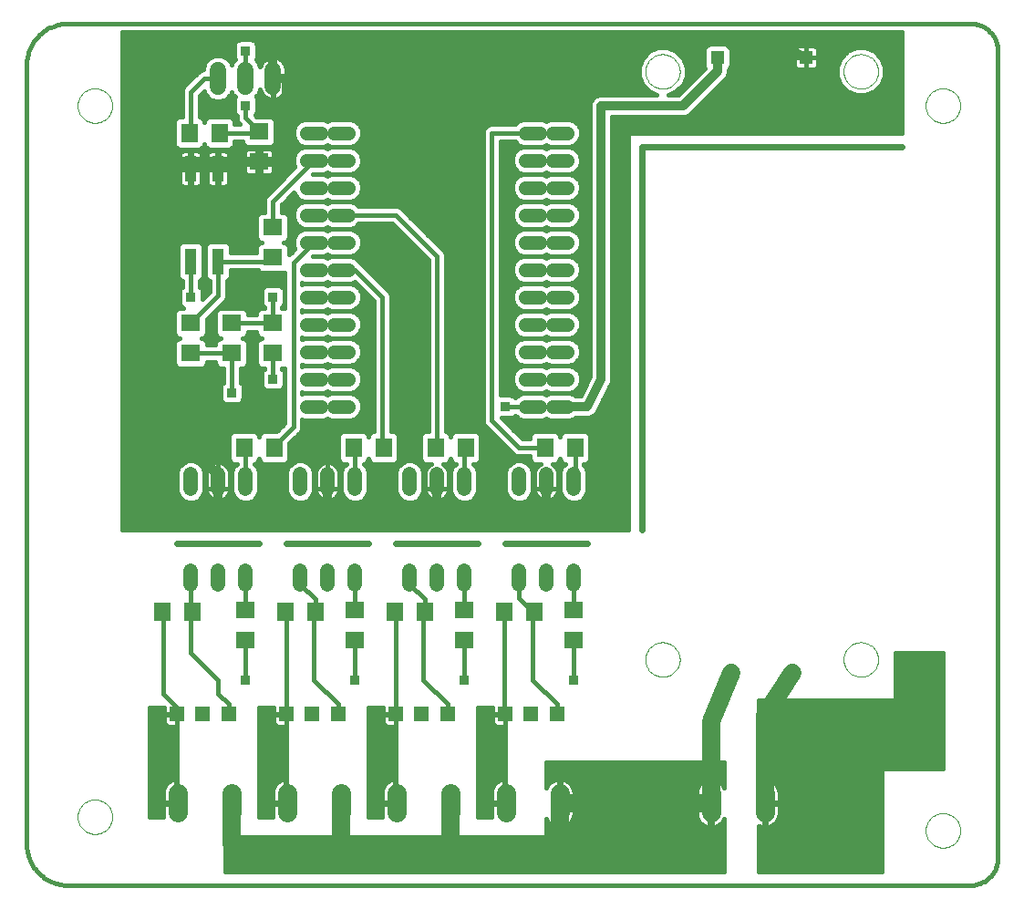
<source format=gtl>
G75*
%MOIN*%
%OFA0B0*%
%FSLAX24Y24*%
%IPPOS*%
%LPD*%
%AMOC8*
5,1,8,0,0,1.08239X$1,22.5*
%
%ADD10C,0.0000*%
%ADD11C,0.0160*%
%ADD12C,0.0240*%
%ADD13C,0.0520*%
%ADD14R,0.0630X0.0709*%
%ADD15R,0.0709X0.0630*%
%ADD16R,0.0445X0.0961*%
%ADD17C,0.0600*%
%ADD18R,0.0554X0.0554*%
%ADD19C,0.0515*%
%ADD20C,0.0705*%
%ADD21R,0.0515X0.0515*%
%ADD22C,0.0320*%
%ADD23R,0.0356X0.0356*%
%ADD24C,0.0660*%
D10*
X002050Y002680D02*
X002052Y002730D01*
X002058Y002780D01*
X002068Y002829D01*
X002082Y002877D01*
X002099Y002924D01*
X002120Y002969D01*
X002145Y003013D01*
X002173Y003054D01*
X002205Y003093D01*
X002239Y003130D01*
X002276Y003164D01*
X002316Y003194D01*
X002358Y003221D01*
X002402Y003245D01*
X002448Y003266D01*
X002495Y003282D01*
X002543Y003295D01*
X002593Y003304D01*
X002642Y003309D01*
X002693Y003310D01*
X002743Y003307D01*
X002792Y003300D01*
X002841Y003289D01*
X002889Y003274D01*
X002935Y003256D01*
X002980Y003234D01*
X003023Y003208D01*
X003064Y003179D01*
X003103Y003147D01*
X003139Y003112D01*
X003171Y003074D01*
X003201Y003034D01*
X003228Y002991D01*
X003251Y002947D01*
X003270Y002901D01*
X003286Y002853D01*
X003298Y002804D01*
X003306Y002755D01*
X003310Y002705D01*
X003310Y002655D01*
X003306Y002605D01*
X003298Y002556D01*
X003286Y002507D01*
X003270Y002459D01*
X003251Y002413D01*
X003228Y002369D01*
X003201Y002326D01*
X003171Y002286D01*
X003139Y002248D01*
X003103Y002213D01*
X003064Y002181D01*
X003023Y002152D01*
X002980Y002126D01*
X002935Y002104D01*
X002889Y002086D01*
X002841Y002071D01*
X002792Y002060D01*
X002743Y002053D01*
X002693Y002050D01*
X002642Y002051D01*
X002593Y002056D01*
X002543Y002065D01*
X002495Y002078D01*
X002448Y002094D01*
X002402Y002115D01*
X002358Y002139D01*
X002316Y002166D01*
X002276Y002196D01*
X002239Y002230D01*
X002205Y002267D01*
X002173Y002306D01*
X002145Y002347D01*
X002120Y002391D01*
X002099Y002436D01*
X002082Y002483D01*
X002068Y002531D01*
X002058Y002580D01*
X002052Y002630D01*
X002050Y002680D01*
X022800Y008430D02*
X022802Y008480D01*
X022808Y008530D01*
X022818Y008579D01*
X022832Y008627D01*
X022849Y008674D01*
X022870Y008719D01*
X022895Y008763D01*
X022923Y008804D01*
X022955Y008843D01*
X022989Y008880D01*
X023026Y008914D01*
X023066Y008944D01*
X023108Y008971D01*
X023152Y008995D01*
X023198Y009016D01*
X023245Y009032D01*
X023293Y009045D01*
X023343Y009054D01*
X023392Y009059D01*
X023443Y009060D01*
X023493Y009057D01*
X023542Y009050D01*
X023591Y009039D01*
X023639Y009024D01*
X023685Y009006D01*
X023730Y008984D01*
X023773Y008958D01*
X023814Y008929D01*
X023853Y008897D01*
X023889Y008862D01*
X023921Y008824D01*
X023951Y008784D01*
X023978Y008741D01*
X024001Y008697D01*
X024020Y008651D01*
X024036Y008603D01*
X024048Y008554D01*
X024056Y008505D01*
X024060Y008455D01*
X024060Y008405D01*
X024056Y008355D01*
X024048Y008306D01*
X024036Y008257D01*
X024020Y008209D01*
X024001Y008163D01*
X023978Y008119D01*
X023951Y008076D01*
X023921Y008036D01*
X023889Y007998D01*
X023853Y007963D01*
X023814Y007931D01*
X023773Y007902D01*
X023730Y007876D01*
X023685Y007854D01*
X023639Y007836D01*
X023591Y007821D01*
X023542Y007810D01*
X023493Y007803D01*
X023443Y007800D01*
X023392Y007801D01*
X023343Y007806D01*
X023293Y007815D01*
X023245Y007828D01*
X023198Y007844D01*
X023152Y007865D01*
X023108Y007889D01*
X023066Y007916D01*
X023026Y007946D01*
X022989Y007980D01*
X022955Y008017D01*
X022923Y008056D01*
X022895Y008097D01*
X022870Y008141D01*
X022849Y008186D01*
X022832Y008233D01*
X022818Y008281D01*
X022808Y008330D01*
X022802Y008380D01*
X022800Y008430D01*
X030050Y008430D02*
X030052Y008480D01*
X030058Y008530D01*
X030068Y008579D01*
X030082Y008627D01*
X030099Y008674D01*
X030120Y008719D01*
X030145Y008763D01*
X030173Y008804D01*
X030205Y008843D01*
X030239Y008880D01*
X030276Y008914D01*
X030316Y008944D01*
X030358Y008971D01*
X030402Y008995D01*
X030448Y009016D01*
X030495Y009032D01*
X030543Y009045D01*
X030593Y009054D01*
X030642Y009059D01*
X030693Y009060D01*
X030743Y009057D01*
X030792Y009050D01*
X030841Y009039D01*
X030889Y009024D01*
X030935Y009006D01*
X030980Y008984D01*
X031023Y008958D01*
X031064Y008929D01*
X031103Y008897D01*
X031139Y008862D01*
X031171Y008824D01*
X031201Y008784D01*
X031228Y008741D01*
X031251Y008697D01*
X031270Y008651D01*
X031286Y008603D01*
X031298Y008554D01*
X031306Y008505D01*
X031310Y008455D01*
X031310Y008405D01*
X031306Y008355D01*
X031298Y008306D01*
X031286Y008257D01*
X031270Y008209D01*
X031251Y008163D01*
X031228Y008119D01*
X031201Y008076D01*
X031171Y008036D01*
X031139Y007998D01*
X031103Y007963D01*
X031064Y007931D01*
X031023Y007902D01*
X030980Y007876D01*
X030935Y007854D01*
X030889Y007836D01*
X030841Y007821D01*
X030792Y007810D01*
X030743Y007803D01*
X030693Y007800D01*
X030642Y007801D01*
X030593Y007806D01*
X030543Y007815D01*
X030495Y007828D01*
X030448Y007844D01*
X030402Y007865D01*
X030358Y007889D01*
X030316Y007916D01*
X030276Y007946D01*
X030239Y007980D01*
X030205Y008017D01*
X030173Y008056D01*
X030145Y008097D01*
X030120Y008141D01*
X030099Y008186D01*
X030082Y008233D01*
X030068Y008281D01*
X030058Y008330D01*
X030052Y008380D01*
X030050Y008430D01*
X033050Y002180D02*
X033052Y002230D01*
X033058Y002280D01*
X033068Y002329D01*
X033082Y002377D01*
X033099Y002424D01*
X033120Y002469D01*
X033145Y002513D01*
X033173Y002554D01*
X033205Y002593D01*
X033239Y002630D01*
X033276Y002664D01*
X033316Y002694D01*
X033358Y002721D01*
X033402Y002745D01*
X033448Y002766D01*
X033495Y002782D01*
X033543Y002795D01*
X033593Y002804D01*
X033642Y002809D01*
X033693Y002810D01*
X033743Y002807D01*
X033792Y002800D01*
X033841Y002789D01*
X033889Y002774D01*
X033935Y002756D01*
X033980Y002734D01*
X034023Y002708D01*
X034064Y002679D01*
X034103Y002647D01*
X034139Y002612D01*
X034171Y002574D01*
X034201Y002534D01*
X034228Y002491D01*
X034251Y002447D01*
X034270Y002401D01*
X034286Y002353D01*
X034298Y002304D01*
X034306Y002255D01*
X034310Y002205D01*
X034310Y002155D01*
X034306Y002105D01*
X034298Y002056D01*
X034286Y002007D01*
X034270Y001959D01*
X034251Y001913D01*
X034228Y001869D01*
X034201Y001826D01*
X034171Y001786D01*
X034139Y001748D01*
X034103Y001713D01*
X034064Y001681D01*
X034023Y001652D01*
X033980Y001626D01*
X033935Y001604D01*
X033889Y001586D01*
X033841Y001571D01*
X033792Y001560D01*
X033743Y001553D01*
X033693Y001550D01*
X033642Y001551D01*
X033593Y001556D01*
X033543Y001565D01*
X033495Y001578D01*
X033448Y001594D01*
X033402Y001615D01*
X033358Y001639D01*
X033316Y001666D01*
X033276Y001696D01*
X033239Y001730D01*
X033205Y001767D01*
X033173Y001806D01*
X033145Y001847D01*
X033120Y001891D01*
X033099Y001936D01*
X033082Y001983D01*
X033068Y002031D01*
X033058Y002080D01*
X033052Y002130D01*
X033050Y002180D01*
X034300Y000180D02*
X034680Y000180D01*
X033050Y028680D02*
X033052Y028730D01*
X033058Y028780D01*
X033068Y028829D01*
X033082Y028877D01*
X033099Y028924D01*
X033120Y028969D01*
X033145Y029013D01*
X033173Y029054D01*
X033205Y029093D01*
X033239Y029130D01*
X033276Y029164D01*
X033316Y029194D01*
X033358Y029221D01*
X033402Y029245D01*
X033448Y029266D01*
X033495Y029282D01*
X033543Y029295D01*
X033593Y029304D01*
X033642Y029309D01*
X033693Y029310D01*
X033743Y029307D01*
X033792Y029300D01*
X033841Y029289D01*
X033889Y029274D01*
X033935Y029256D01*
X033980Y029234D01*
X034023Y029208D01*
X034064Y029179D01*
X034103Y029147D01*
X034139Y029112D01*
X034171Y029074D01*
X034201Y029034D01*
X034228Y028991D01*
X034251Y028947D01*
X034270Y028901D01*
X034286Y028853D01*
X034298Y028804D01*
X034306Y028755D01*
X034310Y028705D01*
X034310Y028655D01*
X034306Y028605D01*
X034298Y028556D01*
X034286Y028507D01*
X034270Y028459D01*
X034251Y028413D01*
X034228Y028369D01*
X034201Y028326D01*
X034171Y028286D01*
X034139Y028248D01*
X034103Y028213D01*
X034064Y028181D01*
X034023Y028152D01*
X033980Y028126D01*
X033935Y028104D01*
X033889Y028086D01*
X033841Y028071D01*
X033792Y028060D01*
X033743Y028053D01*
X033693Y028050D01*
X033642Y028051D01*
X033593Y028056D01*
X033543Y028065D01*
X033495Y028078D01*
X033448Y028094D01*
X033402Y028115D01*
X033358Y028139D01*
X033316Y028166D01*
X033276Y028196D01*
X033239Y028230D01*
X033205Y028267D01*
X033173Y028306D01*
X033145Y028347D01*
X033120Y028391D01*
X033099Y028436D01*
X033082Y028483D01*
X033068Y028531D01*
X033058Y028580D01*
X033052Y028630D01*
X033050Y028680D01*
X030050Y029930D02*
X030052Y029980D01*
X030058Y030030D01*
X030068Y030079D01*
X030082Y030127D01*
X030099Y030174D01*
X030120Y030219D01*
X030145Y030263D01*
X030173Y030304D01*
X030205Y030343D01*
X030239Y030380D01*
X030276Y030414D01*
X030316Y030444D01*
X030358Y030471D01*
X030402Y030495D01*
X030448Y030516D01*
X030495Y030532D01*
X030543Y030545D01*
X030593Y030554D01*
X030642Y030559D01*
X030693Y030560D01*
X030743Y030557D01*
X030792Y030550D01*
X030841Y030539D01*
X030889Y030524D01*
X030935Y030506D01*
X030980Y030484D01*
X031023Y030458D01*
X031064Y030429D01*
X031103Y030397D01*
X031139Y030362D01*
X031171Y030324D01*
X031201Y030284D01*
X031228Y030241D01*
X031251Y030197D01*
X031270Y030151D01*
X031286Y030103D01*
X031298Y030054D01*
X031306Y030005D01*
X031310Y029955D01*
X031310Y029905D01*
X031306Y029855D01*
X031298Y029806D01*
X031286Y029757D01*
X031270Y029709D01*
X031251Y029663D01*
X031228Y029619D01*
X031201Y029576D01*
X031171Y029536D01*
X031139Y029498D01*
X031103Y029463D01*
X031064Y029431D01*
X031023Y029402D01*
X030980Y029376D01*
X030935Y029354D01*
X030889Y029336D01*
X030841Y029321D01*
X030792Y029310D01*
X030743Y029303D01*
X030693Y029300D01*
X030642Y029301D01*
X030593Y029306D01*
X030543Y029315D01*
X030495Y029328D01*
X030448Y029344D01*
X030402Y029365D01*
X030358Y029389D01*
X030316Y029416D01*
X030276Y029446D01*
X030239Y029480D01*
X030205Y029517D01*
X030173Y029556D01*
X030145Y029597D01*
X030120Y029641D01*
X030099Y029686D01*
X030082Y029733D01*
X030068Y029781D01*
X030058Y029830D01*
X030052Y029880D01*
X030050Y029930D01*
X022800Y029930D02*
X022802Y029980D01*
X022808Y030030D01*
X022818Y030079D01*
X022832Y030127D01*
X022849Y030174D01*
X022870Y030219D01*
X022895Y030263D01*
X022923Y030304D01*
X022955Y030343D01*
X022989Y030380D01*
X023026Y030414D01*
X023066Y030444D01*
X023108Y030471D01*
X023152Y030495D01*
X023198Y030516D01*
X023245Y030532D01*
X023293Y030545D01*
X023343Y030554D01*
X023392Y030559D01*
X023443Y030560D01*
X023493Y030557D01*
X023542Y030550D01*
X023591Y030539D01*
X023639Y030524D01*
X023685Y030506D01*
X023730Y030484D01*
X023773Y030458D01*
X023814Y030429D01*
X023853Y030397D01*
X023889Y030362D01*
X023921Y030324D01*
X023951Y030284D01*
X023978Y030241D01*
X024001Y030197D01*
X024020Y030151D01*
X024036Y030103D01*
X024048Y030054D01*
X024056Y030005D01*
X024060Y029955D01*
X024060Y029905D01*
X024056Y029855D01*
X024048Y029806D01*
X024036Y029757D01*
X024020Y029709D01*
X024001Y029663D01*
X023978Y029619D01*
X023951Y029576D01*
X023921Y029536D01*
X023889Y029498D01*
X023853Y029463D01*
X023814Y029431D01*
X023773Y029402D01*
X023730Y029376D01*
X023685Y029354D01*
X023639Y029336D01*
X023591Y029321D01*
X023542Y029310D01*
X023493Y029303D01*
X023443Y029300D01*
X023392Y029301D01*
X023343Y029306D01*
X023293Y029315D01*
X023245Y029328D01*
X023198Y029344D01*
X023152Y029365D01*
X023108Y029389D01*
X023066Y029416D01*
X023026Y029446D01*
X022989Y029480D01*
X022955Y029517D01*
X022923Y029556D01*
X022895Y029597D01*
X022870Y029641D01*
X022849Y029686D01*
X022832Y029733D01*
X022818Y029781D01*
X022808Y029830D01*
X022802Y029880D01*
X022800Y029930D01*
X002050Y028680D02*
X002052Y028730D01*
X002058Y028780D01*
X002068Y028829D01*
X002082Y028877D01*
X002099Y028924D01*
X002120Y028969D01*
X002145Y029013D01*
X002173Y029054D01*
X002205Y029093D01*
X002239Y029130D01*
X002276Y029164D01*
X002316Y029194D01*
X002358Y029221D01*
X002402Y029245D01*
X002448Y029266D01*
X002495Y029282D01*
X002543Y029295D01*
X002593Y029304D01*
X002642Y029309D01*
X002693Y029310D01*
X002743Y029307D01*
X002792Y029300D01*
X002841Y029289D01*
X002889Y029274D01*
X002935Y029256D01*
X002980Y029234D01*
X003023Y029208D01*
X003064Y029179D01*
X003103Y029147D01*
X003139Y029112D01*
X003171Y029074D01*
X003201Y029034D01*
X003228Y028991D01*
X003251Y028947D01*
X003270Y028901D01*
X003286Y028853D01*
X003298Y028804D01*
X003306Y028755D01*
X003310Y028705D01*
X003310Y028655D01*
X003306Y028605D01*
X003298Y028556D01*
X003286Y028507D01*
X003270Y028459D01*
X003251Y028413D01*
X003228Y028369D01*
X003201Y028326D01*
X003171Y028286D01*
X003139Y028248D01*
X003103Y028213D01*
X003064Y028181D01*
X003023Y028152D01*
X002980Y028126D01*
X002935Y028104D01*
X002889Y028086D01*
X002841Y028071D01*
X002792Y028060D01*
X002743Y028053D01*
X002693Y028050D01*
X002642Y028051D01*
X002593Y028056D01*
X002543Y028065D01*
X002495Y028078D01*
X002448Y028094D01*
X002402Y028115D01*
X002358Y028139D01*
X002316Y028166D01*
X002276Y028196D01*
X002239Y028230D01*
X002205Y028267D01*
X002173Y028306D01*
X002145Y028347D01*
X002120Y028391D01*
X002099Y028436D01*
X002082Y028483D01*
X002068Y028531D01*
X002058Y028580D01*
X002052Y028630D01*
X002050Y028680D01*
D11*
X001680Y000180D02*
X034680Y000180D01*
X034740Y000182D01*
X034801Y000187D01*
X034860Y000196D01*
X034919Y000209D01*
X034978Y000225D01*
X035035Y000245D01*
X035090Y000268D01*
X035145Y000295D01*
X035197Y000324D01*
X035248Y000357D01*
X035297Y000393D01*
X035343Y000431D01*
X035387Y000473D01*
X035429Y000517D01*
X035467Y000563D01*
X035503Y000612D01*
X035536Y000663D01*
X035565Y000715D01*
X035592Y000770D01*
X035615Y000825D01*
X035635Y000882D01*
X035651Y000941D01*
X035664Y001000D01*
X035673Y001059D01*
X035678Y001120D01*
X035680Y001180D01*
X035680Y030680D01*
X035678Y030740D01*
X035673Y030801D01*
X035664Y030860D01*
X035651Y030919D01*
X035635Y030978D01*
X035615Y031035D01*
X035592Y031090D01*
X035565Y031145D01*
X035536Y031197D01*
X035503Y031248D01*
X035467Y031297D01*
X035429Y031343D01*
X035387Y031387D01*
X035343Y031429D01*
X035297Y031467D01*
X035248Y031503D01*
X035197Y031536D01*
X035145Y031565D01*
X035090Y031592D01*
X035035Y031615D01*
X034978Y031635D01*
X034919Y031651D01*
X034860Y031664D01*
X034801Y031673D01*
X034740Y031678D01*
X034680Y031680D01*
X001680Y031680D01*
X001604Y031678D01*
X001528Y031672D01*
X001453Y031663D01*
X001378Y031649D01*
X001304Y031632D01*
X001231Y031611D01*
X001159Y031587D01*
X001088Y031558D01*
X001019Y031527D01*
X000952Y031492D01*
X000887Y031453D01*
X000823Y031411D01*
X000762Y031366D01*
X000703Y031318D01*
X000647Y031267D01*
X000593Y031213D01*
X000542Y031157D01*
X000494Y031098D01*
X000449Y031037D01*
X000407Y030973D01*
X000368Y030908D01*
X000333Y030841D01*
X000302Y030772D01*
X000273Y030701D01*
X000249Y030629D01*
X000228Y030556D01*
X000211Y030482D01*
X000197Y030407D01*
X000188Y030332D01*
X000182Y030256D01*
X000180Y030180D01*
X000180Y001680D01*
X000182Y001604D01*
X000188Y001528D01*
X000197Y001453D01*
X000211Y001378D01*
X000228Y001304D01*
X000249Y001231D01*
X000273Y001159D01*
X000302Y001088D01*
X000333Y001019D01*
X000368Y000952D01*
X000407Y000887D01*
X000449Y000823D01*
X000494Y000762D01*
X000542Y000703D01*
X000593Y000647D01*
X000647Y000593D01*
X000703Y000542D01*
X000762Y000494D01*
X000823Y000449D01*
X000887Y000407D01*
X000952Y000368D01*
X001019Y000333D01*
X001088Y000302D01*
X001159Y000273D01*
X001231Y000249D01*
X001304Y000228D01*
X001378Y000211D01*
X001453Y000197D01*
X001528Y000188D01*
X001604Y000182D01*
X001680Y000180D01*
X004680Y002680D02*
X004680Y006680D01*
X005223Y006680D01*
X005223Y006439D01*
X005671Y006439D01*
X005671Y006680D01*
X005680Y006680D01*
X005680Y006439D01*
X005671Y006439D01*
X005671Y006421D01*
X005680Y006421D01*
X005680Y003218D01*
X005658Y003218D01*
X005658Y004065D01*
X005654Y004065D01*
X005571Y004052D01*
X005491Y004026D01*
X005417Y003988D01*
X005349Y003939D01*
X005290Y003879D01*
X005240Y003812D01*
X005202Y003737D01*
X005176Y003657D01*
X005163Y003574D01*
X005163Y003218D01*
X005658Y003218D01*
X005658Y003142D01*
X005163Y003142D01*
X005163Y002786D01*
X005176Y002703D01*
X005184Y002680D01*
X004680Y002680D01*
X004680Y002716D02*
X005174Y002716D01*
X005163Y002875D02*
X004680Y002875D01*
X004680Y003033D02*
X005163Y003033D01*
X005163Y003350D02*
X004680Y003350D01*
X004680Y003192D02*
X005658Y003192D01*
X005658Y003350D02*
X005680Y003350D01*
X005680Y003509D02*
X005658Y003509D01*
X005658Y003667D02*
X005680Y003667D01*
X005680Y003826D02*
X005658Y003826D01*
X005658Y003984D02*
X005680Y003984D01*
X005680Y004143D02*
X004680Y004143D01*
X004680Y004301D02*
X005680Y004301D01*
X005680Y004460D02*
X004680Y004460D01*
X004680Y004618D02*
X005680Y004618D01*
X005680Y004777D02*
X004680Y004777D01*
X004680Y004935D02*
X005680Y004935D01*
X005680Y005094D02*
X004680Y005094D01*
X004680Y005252D02*
X005680Y005252D01*
X005680Y005411D02*
X004680Y005411D01*
X004680Y005569D02*
X005680Y005569D01*
X005680Y005728D02*
X004680Y005728D01*
X004680Y005886D02*
X005680Y005886D01*
X005671Y005973D02*
X005671Y006421D01*
X005223Y006421D01*
X005223Y006129D01*
X005235Y006083D01*
X005259Y006042D01*
X005292Y006009D01*
X005333Y005985D01*
X005379Y005973D01*
X005671Y005973D01*
X005671Y006045D02*
X005680Y006045D01*
X005671Y006203D02*
X005680Y006203D01*
X005671Y006362D02*
X005680Y006362D01*
X005680Y006430D02*
X005680Y006680D01*
X005180Y007180D01*
X005180Y010129D01*
X005129Y010180D01*
X006180Y010129D02*
X006180Y008680D01*
X007180Y007680D01*
X007180Y007180D01*
X007560Y006800D01*
X007560Y006430D01*
X008680Y006362D02*
X009223Y006362D01*
X009223Y006421D02*
X009223Y006129D01*
X009235Y006083D01*
X009259Y006042D01*
X009292Y006009D01*
X009333Y005985D01*
X009379Y005973D01*
X009671Y005973D01*
X009671Y006421D01*
X009680Y006421D01*
X009680Y003218D01*
X009658Y003218D01*
X009658Y004065D01*
X009654Y004065D01*
X009571Y004052D01*
X009491Y004026D01*
X009417Y003988D01*
X009349Y003939D01*
X009290Y003879D01*
X009240Y003812D01*
X009202Y003737D01*
X009176Y003657D01*
X009163Y003574D01*
X009163Y003218D01*
X009658Y003218D01*
X009658Y003142D01*
X009163Y003142D01*
X009163Y002786D01*
X009176Y002703D01*
X009184Y002680D01*
X008680Y002680D01*
X008680Y006680D01*
X009223Y006680D01*
X009223Y006439D01*
X009671Y006439D01*
X009671Y006421D01*
X009223Y006421D01*
X009223Y006520D02*
X008680Y006520D01*
X008680Y006679D02*
X009223Y006679D01*
X009223Y006203D02*
X008680Y006203D01*
X008680Y006045D02*
X009258Y006045D01*
X009671Y006045D02*
X009680Y006045D01*
X009671Y006203D02*
X009680Y006203D01*
X009671Y006362D02*
X009680Y006362D01*
X009680Y006430D02*
X009680Y010129D01*
X009629Y010180D01*
X010680Y010180D02*
X010680Y007680D01*
X011560Y006800D01*
X011560Y006430D01*
X012680Y006362D02*
X013223Y006362D01*
X013223Y006421D02*
X013223Y006129D01*
X013235Y006083D01*
X013259Y006042D01*
X013292Y006009D01*
X013333Y005985D01*
X013379Y005973D01*
X013671Y005973D01*
X013671Y006421D01*
X013680Y006421D01*
X013680Y003218D01*
X013658Y003218D01*
X013658Y004065D01*
X013654Y004065D01*
X013571Y004052D01*
X013491Y004026D01*
X013417Y003988D01*
X013349Y003939D01*
X013290Y003879D01*
X013240Y003812D01*
X013202Y003737D01*
X013176Y003657D01*
X013163Y003574D01*
X013163Y003218D01*
X013658Y003218D01*
X013658Y003142D01*
X013163Y003142D01*
X013163Y002786D01*
X013176Y002703D01*
X013184Y002680D01*
X012680Y002680D01*
X012680Y006680D01*
X013223Y006680D01*
X013223Y006439D01*
X013671Y006439D01*
X013671Y006421D01*
X013223Y006421D01*
X013223Y006520D02*
X012680Y006520D01*
X012680Y006679D02*
X013223Y006679D01*
X013223Y006203D02*
X012680Y006203D01*
X012680Y006045D02*
X013258Y006045D01*
X013680Y005886D02*
X012680Y005886D01*
X012680Y005728D02*
X013680Y005728D01*
X013680Y005569D02*
X012680Y005569D01*
X012680Y005411D02*
X013680Y005411D01*
X013680Y005252D02*
X012680Y005252D01*
X012680Y005094D02*
X013680Y005094D01*
X013680Y004935D02*
X012680Y004935D01*
X012680Y004777D02*
X013680Y004777D01*
X013680Y004618D02*
X012680Y004618D01*
X012680Y004460D02*
X013680Y004460D01*
X013680Y004301D02*
X012680Y004301D01*
X012680Y004143D02*
X013680Y004143D01*
X013680Y003984D02*
X013658Y003984D01*
X013658Y003826D02*
X013680Y003826D01*
X013680Y003667D02*
X013658Y003667D01*
X013658Y003509D02*
X013680Y003509D01*
X013680Y003350D02*
X013658Y003350D01*
X013658Y003192D02*
X012680Y003192D01*
X012680Y003350D02*
X013163Y003350D01*
X013163Y003509D02*
X012680Y003509D01*
X012680Y003667D02*
X013180Y003667D01*
X013250Y003826D02*
X012680Y003826D01*
X012680Y003984D02*
X013411Y003984D01*
X013163Y003033D02*
X012680Y003033D01*
X012680Y002875D02*
X013163Y002875D01*
X013174Y002716D02*
X012680Y002716D01*
X009658Y003192D02*
X008680Y003192D01*
X008680Y003350D02*
X009163Y003350D01*
X009163Y003509D02*
X008680Y003509D01*
X008680Y003667D02*
X009180Y003667D01*
X009250Y003826D02*
X008680Y003826D01*
X008680Y003984D02*
X009411Y003984D01*
X009658Y003984D02*
X009680Y003984D01*
X009680Y003826D02*
X009658Y003826D01*
X009658Y003667D02*
X009680Y003667D01*
X009680Y003509D02*
X009658Y003509D01*
X009658Y003350D02*
X009680Y003350D01*
X009163Y003033D02*
X008680Y003033D01*
X008680Y002875D02*
X009163Y002875D01*
X009174Y002716D02*
X008680Y002716D01*
X007430Y001680D02*
X019180Y001680D01*
X019180Y002605D01*
X019209Y002548D01*
X019258Y002481D01*
X019317Y002421D01*
X019385Y002372D01*
X019460Y002334D01*
X019540Y002308D01*
X019622Y002295D01*
X019627Y002295D01*
X019627Y003142D01*
X019702Y003142D01*
X019702Y002295D01*
X019706Y002295D01*
X019789Y002308D01*
X019869Y002334D01*
X019943Y002372D01*
X020011Y002421D01*
X020070Y002481D01*
X020120Y002548D01*
X020158Y002623D01*
X020184Y002703D01*
X020197Y002786D01*
X020197Y003142D01*
X019702Y003142D01*
X019702Y003218D01*
X019627Y003218D01*
X019627Y004065D01*
X019622Y004065D01*
X019540Y004052D01*
X019460Y004026D01*
X019385Y003988D01*
X019317Y003939D01*
X019258Y003879D01*
X019209Y003812D01*
X019180Y003755D01*
X019180Y004680D01*
X025680Y004680D01*
X025680Y003755D01*
X025651Y003812D01*
X025602Y003879D01*
X025543Y003939D01*
X025475Y003988D01*
X025400Y004026D01*
X025320Y004052D01*
X025238Y004065D01*
X025233Y004065D01*
X025233Y003218D01*
X025158Y003218D01*
X025158Y004065D01*
X025154Y004065D01*
X025071Y004052D01*
X024991Y004026D01*
X024917Y003988D01*
X024849Y003939D01*
X024790Y003879D01*
X024740Y003812D01*
X024702Y003737D01*
X024676Y003657D01*
X024663Y003574D01*
X024663Y003218D01*
X025158Y003218D01*
X025158Y003142D01*
X025233Y003142D01*
X025233Y002295D01*
X025238Y002295D01*
X025320Y002308D01*
X025400Y002334D01*
X025475Y002372D01*
X025543Y002421D01*
X025602Y002481D01*
X025651Y002548D01*
X025680Y002605D01*
X025680Y000680D01*
X007430Y000680D01*
X007430Y001680D01*
X007430Y001607D02*
X025680Y001607D01*
X025680Y001765D02*
X019180Y001765D01*
X019180Y001924D02*
X025680Y001924D01*
X025680Y002082D02*
X019180Y002082D01*
X019180Y002241D02*
X025680Y002241D01*
X025680Y002399D02*
X025512Y002399D01*
X025656Y002558D02*
X025680Y002558D01*
X025233Y002558D02*
X025158Y002558D01*
X025158Y002716D02*
X025233Y002716D01*
X025233Y002875D02*
X025158Y002875D01*
X025158Y003033D02*
X025233Y003033D01*
X025158Y003142D02*
X025158Y002295D01*
X025154Y002295D01*
X025071Y002308D01*
X024991Y002334D01*
X024917Y002372D01*
X024849Y002421D01*
X024790Y002481D01*
X024740Y002548D01*
X024702Y002623D01*
X024676Y002703D01*
X024663Y002786D01*
X024663Y003142D01*
X025158Y003142D01*
X025158Y003192D02*
X019702Y003192D01*
X019702Y003218D02*
X020197Y003218D01*
X020197Y003574D01*
X020184Y003657D01*
X020158Y003737D01*
X020120Y003812D01*
X020070Y003879D01*
X020011Y003939D01*
X019943Y003988D01*
X019869Y004026D01*
X019789Y004052D01*
X019706Y004065D01*
X019702Y004065D01*
X019702Y003218D01*
X019702Y003350D02*
X019627Y003350D01*
X019627Y003509D02*
X019702Y003509D01*
X019702Y003667D02*
X019627Y003667D01*
X019627Y003826D02*
X019702Y003826D01*
X019702Y003984D02*
X019627Y003984D01*
X019380Y003984D02*
X019180Y003984D01*
X019180Y003826D02*
X019219Y003826D01*
X019180Y004143D02*
X025680Y004143D01*
X025680Y004301D02*
X019180Y004301D01*
X019180Y004460D02*
X025680Y004460D01*
X025680Y004618D02*
X019180Y004618D01*
X019949Y003984D02*
X024911Y003984D01*
X024750Y003826D02*
X020110Y003826D01*
X020180Y003667D02*
X024680Y003667D01*
X024663Y003509D02*
X020197Y003509D01*
X020197Y003350D02*
X024663Y003350D01*
X024663Y003033D02*
X020197Y003033D01*
X020197Y002875D02*
X024663Y002875D01*
X024674Y002716D02*
X020186Y002716D01*
X020124Y002558D02*
X024736Y002558D01*
X024880Y002399D02*
X019980Y002399D01*
X019702Y002399D02*
X019627Y002399D01*
X019627Y002558D02*
X019702Y002558D01*
X019702Y002716D02*
X019627Y002716D01*
X019627Y002875D02*
X019702Y002875D01*
X019702Y003033D02*
X019627Y003033D01*
X019204Y002558D02*
X019180Y002558D01*
X019180Y002399D02*
X019348Y002399D01*
X017658Y003142D02*
X017163Y003142D01*
X017163Y002786D01*
X017176Y002703D01*
X017184Y002680D01*
X016680Y002680D01*
X016680Y006680D01*
X017223Y006680D01*
X017223Y006439D01*
X017671Y006439D01*
X017671Y006421D01*
X017680Y006421D01*
X017680Y003218D01*
X017658Y003218D01*
X017658Y004065D01*
X017654Y004065D01*
X017571Y004052D01*
X017491Y004026D01*
X017417Y003988D01*
X017349Y003939D01*
X017290Y003879D01*
X017240Y003812D01*
X017202Y003737D01*
X017176Y003657D01*
X017163Y003574D01*
X017163Y003218D01*
X017658Y003218D01*
X017658Y003142D01*
X017658Y003192D02*
X016680Y003192D01*
X016680Y003350D02*
X017163Y003350D01*
X017163Y003509D02*
X016680Y003509D01*
X016680Y003667D02*
X017180Y003667D01*
X017250Y003826D02*
X016680Y003826D01*
X016680Y003984D02*
X017411Y003984D01*
X017658Y003984D02*
X017680Y003984D01*
X017680Y003826D02*
X017658Y003826D01*
X017658Y003667D02*
X017680Y003667D01*
X017680Y003509D02*
X017658Y003509D01*
X017658Y003350D02*
X017680Y003350D01*
X017163Y003033D02*
X016680Y003033D01*
X016680Y002875D02*
X017163Y002875D01*
X017174Y002716D02*
X016680Y002716D01*
X016680Y004143D02*
X017680Y004143D01*
X017680Y004301D02*
X016680Y004301D01*
X016680Y004460D02*
X017680Y004460D01*
X017680Y004618D02*
X016680Y004618D01*
X016680Y004777D02*
X017680Y004777D01*
X017680Y004935D02*
X016680Y004935D01*
X016680Y005094D02*
X017680Y005094D01*
X017680Y005252D02*
X016680Y005252D01*
X016680Y005411D02*
X017680Y005411D01*
X017680Y005569D02*
X016680Y005569D01*
X016680Y005728D02*
X017680Y005728D01*
X017680Y005886D02*
X016680Y005886D01*
X016680Y006045D02*
X017258Y006045D01*
X017259Y006042D02*
X017292Y006009D01*
X017333Y005985D01*
X017379Y005973D01*
X017671Y005973D01*
X017671Y006421D01*
X017223Y006421D01*
X017223Y006129D01*
X017235Y006083D01*
X017259Y006042D01*
X017223Y006203D02*
X016680Y006203D01*
X016680Y006362D02*
X017223Y006362D01*
X017223Y006520D02*
X016680Y006520D01*
X016680Y006679D02*
X017223Y006679D01*
X017629Y006481D02*
X017680Y006430D01*
X017671Y006362D02*
X017680Y006362D01*
X017629Y006481D02*
X017629Y010180D01*
X018180Y010680D02*
X018180Y011680D01*
X018180Y010680D02*
X018680Y010180D01*
X018731Y010180D01*
X018680Y010129D01*
X018680Y007680D01*
X019560Y006800D01*
X019560Y006430D01*
X020180Y007680D02*
X020180Y009129D01*
X020180Y010231D02*
X020180Y011680D01*
X022180Y013180D02*
X022180Y027680D01*
X032180Y027680D01*
X032180Y031360D01*
X003680Y031360D01*
X003680Y013180D01*
X022180Y013180D01*
X022180Y013336D02*
X003680Y013336D01*
X003680Y013494D02*
X022180Y013494D01*
X022180Y013653D02*
X003680Y013653D01*
X003680Y013811D02*
X022180Y013811D01*
X022180Y013970D02*
X003680Y013970D01*
X003680Y014128D02*
X022180Y014128D01*
X022180Y014287D02*
X020494Y014287D01*
X020463Y014256D02*
X020604Y014397D01*
X020680Y014581D01*
X020680Y015299D01*
X020604Y015483D01*
X020551Y015536D01*
X020551Y015586D01*
X020594Y015586D01*
X020682Y015622D01*
X020750Y015690D01*
X020786Y015778D01*
X020786Y016582D01*
X020750Y016670D01*
X020682Y016738D01*
X020594Y016774D01*
X019868Y016774D01*
X019780Y016738D01*
X019713Y016670D01*
X019680Y016591D01*
X019647Y016670D01*
X019580Y016738D01*
X019492Y016774D01*
X018766Y016774D01*
X018678Y016738D01*
X018610Y016670D01*
X018574Y016582D01*
X018574Y016500D01*
X018313Y016500D01*
X017551Y017262D01*
X017906Y017262D01*
X017994Y017298D01*
X018047Y017352D01*
X018141Y017258D01*
X018324Y017183D01*
X019036Y017183D01*
X019180Y017242D01*
X019324Y017183D01*
X020036Y017183D01*
X020219Y017258D01*
X020241Y017280D01*
X020666Y017280D01*
X020731Y017275D01*
X020745Y017280D01*
X020760Y017280D01*
X020820Y017305D01*
X020882Y017326D01*
X020893Y017335D01*
X020907Y017341D01*
X020953Y017387D01*
X021002Y017430D01*
X021009Y017443D01*
X021019Y017453D01*
X021044Y017514D01*
X021509Y018443D01*
X021519Y018453D01*
X021544Y018514D01*
X021573Y018572D01*
X021574Y018587D01*
X021580Y018600D01*
X021580Y018666D01*
X021585Y018731D01*
X021580Y018745D01*
X021580Y028280D01*
X024260Y028280D01*
X024407Y028341D01*
X024519Y028453D01*
X025769Y029703D01*
X025830Y029850D01*
X025830Y029976D01*
X025891Y030037D01*
X025927Y030125D01*
X025927Y030735D01*
X025891Y030823D01*
X025823Y030891D01*
X025735Y030927D01*
X025125Y030927D01*
X025037Y030891D01*
X024969Y030823D01*
X024933Y030735D01*
X024933Y030125D01*
X024969Y030037D01*
X024970Y030036D01*
X024014Y029080D01*
X023651Y029080D01*
X023923Y029193D01*
X024167Y029437D01*
X024300Y029757D01*
X024300Y030103D01*
X024167Y030423D01*
X023923Y030667D01*
X023603Y030800D01*
X023257Y030800D01*
X022937Y030667D01*
X022693Y030423D01*
X022560Y030103D01*
X022560Y029757D01*
X022693Y029437D01*
X022937Y029193D01*
X023209Y029080D01*
X021100Y029080D01*
X020953Y029019D01*
X020841Y028907D01*
X020780Y028760D01*
X020780Y018774D01*
X020433Y018080D01*
X020241Y018080D01*
X020219Y018102D01*
X020036Y018177D01*
X019324Y018177D01*
X019180Y018118D01*
X019036Y018177D01*
X018324Y018177D01*
X018141Y018102D01*
X018047Y018008D01*
X017994Y018062D01*
X017906Y018098D01*
X017500Y018098D01*
X017500Y027360D01*
X018039Y027360D01*
X018141Y027258D01*
X018324Y027183D01*
X019036Y027183D01*
X019180Y027242D01*
X019324Y027183D01*
X020036Y027183D01*
X020219Y027258D01*
X020359Y027398D01*
X020435Y027581D01*
X020435Y027779D01*
X020359Y027962D01*
X020219Y028102D01*
X020036Y028177D01*
X019324Y028177D01*
X019180Y028118D01*
X019036Y028177D01*
X018324Y028177D01*
X018141Y028102D01*
X018039Y028000D01*
X017116Y028000D01*
X016999Y027951D01*
X016909Y027861D01*
X016860Y027744D01*
X016860Y017116D01*
X016909Y016999D01*
X016999Y016909D01*
X017999Y015909D01*
X018116Y015860D01*
X018574Y015860D01*
X018574Y015778D01*
X018610Y015690D01*
X018678Y015622D01*
X018766Y015586D01*
X018968Y015586D01*
X018949Y015576D01*
X018893Y015536D01*
X018844Y015487D01*
X018804Y015431D01*
X018772Y015369D01*
X018751Y015303D01*
X018740Y015235D01*
X018740Y014680D01*
X019180Y014680D01*
X019620Y014680D01*
X019620Y015235D01*
X019609Y015303D01*
X019588Y015369D01*
X019556Y015431D01*
X019516Y015487D01*
X019467Y015536D01*
X019411Y015576D01*
X019392Y015586D01*
X019492Y015586D01*
X019580Y015622D01*
X019647Y015690D01*
X019680Y015769D01*
X019713Y015690D01*
X019780Y015622D01*
X019861Y015589D01*
X019756Y015483D01*
X019680Y015299D01*
X019680Y014581D01*
X019756Y014397D01*
X019897Y014256D01*
X020081Y014180D01*
X020279Y014180D01*
X020463Y014256D01*
X020624Y014445D02*
X022180Y014445D01*
X022180Y014604D02*
X020680Y014604D01*
X020680Y014762D02*
X022180Y014762D01*
X022180Y014921D02*
X020680Y014921D01*
X020680Y015079D02*
X022180Y015079D01*
X022180Y015238D02*
X020680Y015238D01*
X020640Y015396D02*
X022180Y015396D01*
X022180Y015555D02*
X020551Y015555D01*
X020759Y015713D02*
X022180Y015713D01*
X022180Y015872D02*
X020786Y015872D01*
X020786Y016030D02*
X022180Y016030D01*
X022180Y016189D02*
X020786Y016189D01*
X020786Y016347D02*
X022180Y016347D01*
X022180Y016506D02*
X020786Y016506D01*
X020752Y016664D02*
X022180Y016664D01*
X022180Y016823D02*
X017990Y016823D01*
X017832Y016981D02*
X022180Y016981D01*
X022180Y017140D02*
X017673Y017140D01*
X017993Y017298D02*
X018101Y017298D01*
X017680Y017680D02*
X018680Y017680D01*
X019680Y017680D01*
X019324Y018183D02*
X020036Y018183D01*
X020219Y018258D01*
X020359Y018398D01*
X020435Y018581D01*
X020435Y018779D01*
X020359Y018962D01*
X020219Y019102D01*
X020036Y019177D01*
X019324Y019177D01*
X019180Y019118D01*
X019036Y019177D01*
X018324Y019177D01*
X018141Y019102D01*
X018001Y018962D01*
X017925Y018779D01*
X017925Y018581D01*
X018001Y018398D01*
X018141Y018258D01*
X018324Y018183D01*
X019036Y018183D01*
X019180Y018242D01*
X019324Y018183D01*
X020197Y018249D02*
X020517Y018249D01*
X020438Y018091D02*
X020230Y018091D01*
X020363Y018408D02*
X020597Y018408D01*
X020676Y018566D02*
X020429Y018566D01*
X020435Y018725D02*
X020755Y018725D01*
X020780Y018883D02*
X020392Y018883D01*
X020279Y019042D02*
X020780Y019042D01*
X020780Y019200D02*
X020079Y019200D01*
X020036Y019183D02*
X020219Y019258D01*
X020359Y019398D01*
X020435Y019581D01*
X020435Y019779D01*
X020359Y019962D01*
X020219Y020102D01*
X020036Y020177D01*
X019324Y020177D01*
X019180Y020118D01*
X019036Y020177D01*
X018324Y020177D01*
X018141Y020102D01*
X018001Y019962D01*
X017925Y019779D01*
X017925Y019581D01*
X018001Y019398D01*
X018141Y019258D01*
X018324Y019183D01*
X019036Y019183D01*
X019180Y019242D01*
X019324Y019183D01*
X020036Y019183D01*
X020320Y019359D02*
X020780Y019359D01*
X020780Y019517D02*
X020408Y019517D01*
X020435Y019676D02*
X020780Y019676D01*
X020780Y019834D02*
X020412Y019834D01*
X020328Y019993D02*
X020780Y019993D01*
X020780Y020151D02*
X020100Y020151D01*
X020036Y020183D02*
X020219Y020258D01*
X020359Y020398D01*
X020435Y020581D01*
X020435Y020779D01*
X020359Y020962D01*
X020219Y021102D01*
X020036Y021177D01*
X019324Y021177D01*
X019180Y021118D01*
X019036Y021177D01*
X018324Y021177D01*
X018141Y021102D01*
X018001Y020962D01*
X017925Y020779D01*
X017925Y020581D01*
X018001Y020398D01*
X018141Y020258D01*
X018324Y020183D01*
X019036Y020183D01*
X019180Y020242D01*
X019324Y020183D01*
X020036Y020183D01*
X020271Y020310D02*
X020780Y020310D01*
X020780Y020468D02*
X020388Y020468D01*
X020435Y020627D02*
X020780Y020627D01*
X020780Y020785D02*
X020432Y020785D01*
X020367Y020944D02*
X020780Y020944D01*
X020780Y021102D02*
X020219Y021102D01*
X020219Y021258D02*
X020359Y021398D01*
X020435Y021581D01*
X020435Y021779D01*
X020359Y021962D01*
X020219Y022102D01*
X020036Y022177D01*
X019324Y022177D01*
X019180Y022118D01*
X019036Y022177D01*
X018324Y022177D01*
X018141Y022102D01*
X018001Y021962D01*
X017925Y021779D01*
X017925Y021581D01*
X018001Y021398D01*
X018141Y021258D01*
X018324Y021183D01*
X019036Y021183D01*
X019180Y021242D01*
X019324Y021183D01*
X020036Y021183D01*
X020219Y021258D01*
X020222Y021261D02*
X020780Y021261D01*
X020780Y021419D02*
X020368Y021419D01*
X020434Y021578D02*
X020780Y021578D01*
X020780Y021736D02*
X020435Y021736D01*
X020387Y021895D02*
X020780Y021895D01*
X020780Y022053D02*
X020268Y022053D01*
X020219Y022258D02*
X020359Y022398D01*
X020435Y022581D01*
X020435Y022779D01*
X020359Y022962D01*
X020219Y023102D01*
X020036Y023177D01*
X019324Y023177D01*
X019180Y023118D01*
X019036Y023177D01*
X018324Y023177D01*
X018141Y023102D01*
X018001Y022962D01*
X017925Y022779D01*
X017925Y022581D01*
X018001Y022398D01*
X018141Y022258D01*
X018324Y022183D01*
X019036Y022183D01*
X019180Y022242D01*
X019324Y022183D01*
X020036Y022183D01*
X020219Y022258D01*
X020106Y022212D02*
X020780Y022212D01*
X020780Y022370D02*
X020331Y022370D01*
X020413Y022529D02*
X020780Y022529D01*
X020780Y022687D02*
X020435Y022687D01*
X020407Y022846D02*
X020780Y022846D01*
X020780Y023004D02*
X020317Y023004D01*
X020219Y023258D02*
X020359Y023398D01*
X020435Y023581D01*
X020435Y023779D01*
X020359Y023962D01*
X020219Y024102D01*
X020036Y024177D01*
X019324Y024177D01*
X019180Y024118D01*
X019036Y024177D01*
X018324Y024177D01*
X018141Y024102D01*
X018001Y023962D01*
X017925Y023779D01*
X017925Y023581D01*
X018001Y023398D01*
X018141Y023258D01*
X018324Y023183D01*
X019036Y023183D01*
X019180Y023242D01*
X019324Y023183D01*
X020036Y023183D01*
X020219Y023258D01*
X020282Y023321D02*
X020780Y023321D01*
X020780Y023163D02*
X020073Y023163D01*
X020393Y023480D02*
X020780Y023480D01*
X020780Y023638D02*
X020435Y023638D01*
X020428Y023797D02*
X020780Y023797D01*
X020780Y023955D02*
X020362Y023955D01*
X020191Y024114D02*
X020780Y024114D01*
X020780Y024272D02*
X020233Y024272D01*
X020219Y024258D02*
X020359Y024398D01*
X020435Y024581D01*
X020435Y024779D01*
X020359Y024962D01*
X020219Y025102D01*
X020036Y025177D01*
X019324Y025177D01*
X019180Y025118D01*
X019036Y025177D01*
X018324Y025177D01*
X018141Y025102D01*
X018001Y024962D01*
X017925Y024779D01*
X017925Y024581D01*
X018001Y024398D01*
X018141Y024258D01*
X018324Y024183D01*
X019036Y024183D01*
X019180Y024242D01*
X019324Y024183D01*
X020036Y024183D01*
X020219Y024258D01*
X020373Y024431D02*
X020780Y024431D01*
X020780Y024589D02*
X020435Y024589D01*
X020435Y024748D02*
X020780Y024748D01*
X020780Y024906D02*
X020382Y024906D01*
X020256Y025065D02*
X020780Y025065D01*
X020780Y025223D02*
X020134Y025223D01*
X020219Y025258D02*
X020359Y025398D01*
X020435Y025581D01*
X020435Y025779D01*
X020359Y025962D01*
X020219Y026102D01*
X020036Y026177D01*
X019324Y026177D01*
X019180Y026118D01*
X019036Y026177D01*
X018324Y026177D01*
X018141Y026102D01*
X018001Y025962D01*
X017925Y025779D01*
X017925Y025581D01*
X018001Y025398D01*
X018141Y025258D01*
X018324Y025183D01*
X019036Y025183D01*
X019180Y025242D01*
X019324Y025183D01*
X020036Y025183D01*
X020219Y025258D01*
X020343Y025382D02*
X020780Y025382D01*
X020780Y025540D02*
X020418Y025540D01*
X020435Y025699D02*
X020780Y025699D01*
X020780Y025857D02*
X020403Y025857D01*
X020305Y026016D02*
X020780Y026016D01*
X020780Y026174D02*
X020045Y026174D01*
X020036Y026183D02*
X020219Y026258D01*
X020359Y026398D01*
X020435Y026581D01*
X020435Y026779D01*
X020359Y026962D01*
X020219Y027102D01*
X020036Y027177D01*
X019324Y027177D01*
X019180Y027118D01*
X019036Y027177D01*
X018324Y027177D01*
X018141Y027102D01*
X018001Y026962D01*
X017925Y026779D01*
X017925Y026581D01*
X018001Y026398D01*
X018141Y026258D01*
X018324Y026183D01*
X019036Y026183D01*
X019180Y026242D01*
X019324Y026183D01*
X020036Y026183D01*
X020294Y026333D02*
X020780Y026333D01*
X020780Y026491D02*
X020398Y026491D01*
X020435Y026650D02*
X020780Y026650D01*
X020780Y026808D02*
X020423Y026808D01*
X020354Y026967D02*
X020780Y026967D01*
X020780Y027125D02*
X020163Y027125D01*
X020245Y027284D02*
X020780Y027284D01*
X020780Y027442D02*
X020377Y027442D01*
X020435Y027601D02*
X020780Y027601D01*
X020780Y027759D02*
X020435Y027759D01*
X020378Y027918D02*
X020780Y027918D01*
X020780Y028076D02*
X020245Y028076D01*
X020780Y028235D02*
X009185Y028235D01*
X009170Y028250D02*
X009082Y028286D01*
X008578Y028286D01*
X008530Y028334D01*
X008562Y028366D01*
X008598Y028454D01*
X008598Y028906D01*
X008562Y028994D01*
X008560Y028996D01*
X008638Y029074D01*
X008715Y029259D01*
X008735Y029196D01*
X008769Y029128D01*
X008814Y029067D01*
X008867Y029014D01*
X008928Y028969D01*
X008996Y028935D01*
X009068Y028912D01*
X009142Y028900D01*
X009160Y028900D01*
X009160Y029660D01*
X009200Y029660D01*
X009200Y029700D01*
X009660Y029700D01*
X009660Y030018D01*
X009648Y030092D01*
X009625Y030164D01*
X009591Y030232D01*
X009546Y030293D01*
X009493Y030346D01*
X009432Y030391D01*
X009364Y030425D01*
X009292Y030448D01*
X009218Y030460D01*
X009200Y030460D01*
X009200Y029700D01*
X009160Y029700D01*
X009160Y030460D01*
X009142Y030460D01*
X009068Y030448D01*
X008996Y030425D01*
X008928Y030391D01*
X008867Y030346D01*
X008814Y030293D01*
X008769Y030232D01*
X008735Y030164D01*
X008715Y030101D01*
X008638Y030286D01*
X008560Y030364D01*
X008562Y030366D01*
X008598Y030454D01*
X008598Y030906D01*
X008562Y030994D01*
X008494Y031062D01*
X008406Y031098D01*
X007954Y031098D01*
X007866Y031062D01*
X007798Y030994D01*
X007762Y030906D01*
X007762Y030454D01*
X007798Y030366D01*
X007800Y030364D01*
X007722Y030286D01*
X007680Y030184D01*
X007638Y030286D01*
X007486Y030438D01*
X007287Y030520D01*
X007073Y030520D01*
X006874Y030438D01*
X006722Y030286D01*
X006640Y030087D01*
X006640Y030000D01*
X006616Y030000D01*
X006499Y029951D01*
X006409Y029861D01*
X005909Y029361D01*
X005860Y029244D01*
X005860Y028274D01*
X005766Y028274D01*
X005678Y028238D01*
X005610Y028170D01*
X005574Y028082D01*
X005574Y027278D01*
X005610Y027190D01*
X005678Y027122D01*
X005766Y027086D01*
X006492Y027086D01*
X006580Y027122D01*
X006647Y027190D01*
X006680Y027269D01*
X006713Y027190D01*
X006780Y027122D01*
X006868Y027086D01*
X007594Y027086D01*
X007682Y027122D01*
X007750Y027190D01*
X007786Y027278D01*
X007786Y027360D01*
X008089Y027360D01*
X008122Y027280D01*
X008190Y027213D01*
X008278Y027176D01*
X009082Y027176D01*
X009170Y027213D01*
X009238Y027280D01*
X009274Y027368D01*
X009274Y028094D01*
X009238Y028182D01*
X009170Y028250D01*
X009274Y028076D02*
X010115Y028076D01*
X010141Y028102D02*
X010001Y027962D01*
X009925Y027779D01*
X009925Y027581D01*
X010001Y027398D01*
X010141Y027258D01*
X010324Y027183D01*
X011036Y027183D01*
X011180Y027242D01*
X011324Y027183D01*
X012036Y027183D01*
X012219Y027258D01*
X012359Y027398D01*
X012435Y027581D01*
X012435Y027779D01*
X012359Y027962D01*
X012219Y028102D01*
X012036Y028177D01*
X011324Y028177D01*
X011180Y028118D01*
X011036Y028177D01*
X010324Y028177D01*
X010141Y028102D01*
X009982Y027918D02*
X009274Y027918D01*
X009274Y027759D02*
X009925Y027759D01*
X009925Y027601D02*
X009274Y027601D01*
X009274Y027442D02*
X009983Y027442D01*
X010115Y027284D02*
X009239Y027284D01*
X009145Y027088D02*
X009104Y027112D01*
X009058Y027124D01*
X008757Y027124D01*
X008757Y026706D01*
X008603Y026706D01*
X008603Y027124D01*
X008302Y027124D01*
X008256Y027112D01*
X008215Y027088D01*
X008182Y027054D01*
X008158Y027013D01*
X008146Y026967D01*
X007544Y026967D01*
X007546Y026964D02*
X007513Y026997D01*
X007472Y027021D01*
X007426Y027033D01*
X007211Y027033D01*
X007211Y026404D01*
X007149Y026404D01*
X007149Y027033D01*
X006934Y027033D01*
X006888Y027021D01*
X006847Y026997D01*
X006814Y026964D01*
X006790Y026923D01*
X006778Y026877D01*
X006778Y026404D01*
X007149Y026404D01*
X007149Y026342D01*
X006778Y026342D01*
X006778Y025869D01*
X006790Y025823D01*
X006814Y025782D01*
X006847Y025749D01*
X006888Y025725D01*
X006934Y025713D01*
X007149Y025713D01*
X007149Y026342D01*
X007211Y026342D01*
X007211Y026404D01*
X007582Y026404D01*
X007582Y026877D01*
X007570Y026923D01*
X007546Y026964D01*
X007582Y026808D02*
X008146Y026808D01*
X008146Y026706D02*
X008146Y026967D01*
X008146Y026706D02*
X008603Y026706D01*
X008603Y026551D01*
X008757Y026551D01*
X008757Y026134D01*
X009058Y026134D01*
X009104Y026146D01*
X009145Y026170D01*
X009178Y026203D01*
X009202Y026244D01*
X009214Y026290D01*
X009214Y026551D01*
X008757Y026551D01*
X008757Y026706D01*
X009214Y026706D01*
X009214Y026967D01*
X010006Y026967D01*
X010001Y026962D02*
X009925Y026779D01*
X009925Y026581D01*
X009985Y026437D01*
X008999Y025451D01*
X008909Y025361D01*
X008860Y025244D01*
X008860Y024786D01*
X008778Y024786D01*
X008690Y024750D01*
X008622Y024682D01*
X008586Y024594D01*
X008586Y023868D01*
X008622Y023780D01*
X008690Y023713D01*
X008769Y023680D01*
X008690Y023647D01*
X008622Y023580D01*
X008586Y023492D01*
X008586Y023307D01*
X007642Y023307D01*
X007642Y023515D01*
X007606Y023603D01*
X007538Y023671D01*
X007450Y023707D01*
X006910Y023707D01*
X006822Y023671D01*
X006754Y023603D01*
X006718Y023515D01*
X006718Y022459D01*
X006754Y022371D01*
X006822Y022303D01*
X006860Y022287D01*
X006860Y021864D01*
X006598Y021602D01*
X006598Y021906D01*
X006562Y021994D01*
X006500Y022056D01*
X006500Y022287D01*
X006538Y022303D01*
X006606Y022371D01*
X006642Y022459D01*
X006642Y023515D01*
X006606Y023603D01*
X006538Y023671D01*
X006450Y023707D01*
X005910Y023707D01*
X005822Y023671D01*
X005754Y023603D01*
X005718Y023515D01*
X005718Y022459D01*
X005754Y022371D01*
X005822Y022303D01*
X005860Y022287D01*
X005860Y022056D01*
X005798Y021994D01*
X005762Y021906D01*
X005762Y021454D01*
X005798Y021366D01*
X005866Y021298D01*
X005896Y021286D01*
X005778Y021286D01*
X005690Y021250D01*
X005622Y021182D01*
X005586Y021094D01*
X005586Y020368D01*
X005622Y020280D01*
X005690Y020213D01*
X005769Y020180D01*
X005690Y020147D01*
X005622Y020080D01*
X005586Y019992D01*
X005586Y019993D02*
X003680Y019993D01*
X003680Y020151D02*
X005699Y020151D01*
X005610Y020310D02*
X003680Y020310D01*
X003680Y020468D02*
X005586Y020468D01*
X005586Y020627D02*
X003680Y020627D01*
X003680Y020785D02*
X005586Y020785D01*
X005586Y020944D02*
X003680Y020944D01*
X003680Y021102D02*
X005589Y021102D01*
X005716Y021261D02*
X003680Y021261D01*
X003680Y021419D02*
X005776Y021419D01*
X005762Y021578D02*
X003680Y021578D01*
X003680Y021736D02*
X005762Y021736D01*
X005762Y021895D02*
X003680Y021895D01*
X003680Y022053D02*
X005857Y022053D01*
X005860Y022212D02*
X003680Y022212D01*
X003680Y022370D02*
X005755Y022370D01*
X005718Y022529D02*
X003680Y022529D01*
X003680Y022687D02*
X005718Y022687D01*
X005718Y022846D02*
X003680Y022846D01*
X003680Y023004D02*
X005718Y023004D01*
X005718Y023163D02*
X003680Y023163D01*
X003680Y023321D02*
X005718Y023321D01*
X005718Y023480D02*
X003680Y023480D01*
X003680Y023638D02*
X005789Y023638D01*
X006180Y022987D02*
X006180Y021680D01*
X006598Y021736D02*
X006732Y021736D01*
X006860Y021895D02*
X006598Y021895D01*
X006503Y022053D02*
X006860Y022053D01*
X006860Y022212D02*
X006500Y022212D01*
X006605Y022370D02*
X006755Y022370D01*
X006718Y022529D02*
X006642Y022529D01*
X006642Y022687D02*
X006718Y022687D01*
X006718Y022846D02*
X006642Y022846D01*
X006642Y023004D02*
X006718Y023004D01*
X006718Y023163D02*
X006642Y023163D01*
X006642Y023321D02*
X006718Y023321D01*
X006718Y023480D02*
X006642Y023480D01*
X006571Y023638D02*
X006789Y023638D01*
X007180Y022987D02*
X007180Y021731D01*
X006180Y020731D01*
X006774Y020785D02*
X007086Y020785D01*
X007086Y020627D02*
X006774Y020627D01*
X006774Y020468D02*
X007086Y020468D01*
X007086Y020368D02*
X007122Y020280D01*
X007190Y020213D01*
X007269Y020180D01*
X007190Y020147D01*
X007122Y020080D01*
X007086Y019992D01*
X007086Y019993D02*
X006774Y019993D01*
X006774Y019992D02*
X006738Y020080D01*
X006670Y020147D01*
X006591Y020180D01*
X006670Y020213D01*
X006738Y020280D01*
X006774Y020368D01*
X006774Y020873D01*
X007451Y021550D01*
X007500Y021668D01*
X007500Y022287D01*
X007538Y022303D01*
X007606Y022371D01*
X007642Y022459D01*
X007642Y022667D01*
X008633Y022667D01*
X008690Y022610D01*
X008778Y022574D01*
X009582Y022574D01*
X009610Y022585D01*
X009610Y021275D01*
X009582Y021286D01*
X009500Y021286D01*
X009500Y021304D01*
X009562Y021366D01*
X009598Y021454D01*
X009598Y021906D01*
X009562Y021994D01*
X009494Y022062D01*
X009406Y022098D01*
X008954Y022098D01*
X008866Y022062D01*
X008798Y021994D01*
X008762Y021906D01*
X008762Y021454D01*
X008798Y021366D01*
X008860Y021304D01*
X008860Y021286D01*
X008778Y021286D01*
X008690Y021250D01*
X008622Y021182D01*
X008586Y021094D01*
X008586Y021051D01*
X008274Y021051D01*
X008274Y021094D01*
X008238Y021182D01*
X008170Y021250D01*
X008082Y021286D01*
X007278Y021286D01*
X007190Y021250D01*
X007122Y021182D01*
X007086Y021094D01*
X007086Y020368D01*
X007110Y020310D02*
X006750Y020310D01*
X006661Y020151D02*
X007199Y020151D01*
X007086Y019992D02*
X007086Y019949D01*
X006774Y019949D01*
X006774Y019992D01*
X006180Y019629D02*
X007680Y019629D01*
X007680Y018180D01*
X008098Y018249D02*
X009610Y018249D01*
X009494Y018298D02*
X009562Y018366D01*
X009598Y018454D01*
X009598Y018906D01*
X009562Y018994D01*
X009500Y019056D01*
X009500Y019074D01*
X009582Y019074D01*
X009610Y019085D01*
X009610Y017063D01*
X009322Y016774D01*
X008868Y016774D01*
X008780Y016738D01*
X008713Y016670D01*
X008680Y016591D01*
X008647Y016670D01*
X008580Y016738D01*
X008492Y016774D01*
X007766Y016774D01*
X007678Y016738D01*
X007610Y016670D01*
X007574Y016582D01*
X007574Y015778D01*
X007610Y015690D01*
X007678Y015622D01*
X007766Y015586D01*
X007859Y015586D01*
X007756Y015483D01*
X007680Y015299D01*
X007680Y014581D01*
X007756Y014397D01*
X007897Y014256D01*
X008081Y014180D01*
X008279Y014180D01*
X008463Y014256D01*
X008604Y014397D01*
X008680Y014581D01*
X008680Y015299D01*
X008604Y015483D01*
X008500Y015587D01*
X008500Y015589D01*
X008580Y015622D01*
X008647Y015690D01*
X008680Y015769D01*
X008713Y015690D01*
X008780Y015622D01*
X008868Y015586D01*
X009594Y015586D01*
X009682Y015622D01*
X009750Y015690D01*
X009786Y015778D01*
X009786Y016334D01*
X010201Y016749D01*
X010250Y016866D01*
X010250Y017213D01*
X010324Y017183D01*
X011036Y017183D01*
X011180Y017242D01*
X011324Y017183D01*
X012036Y017183D01*
X012219Y017258D01*
X012359Y017398D01*
X012435Y017581D01*
X012435Y017779D01*
X012359Y017962D01*
X012219Y018102D01*
X012036Y018177D01*
X011324Y018177D01*
X011180Y018118D01*
X011036Y018177D01*
X010324Y018177D01*
X010250Y018147D01*
X010250Y018213D01*
X010324Y018183D01*
X011036Y018183D01*
X011180Y018242D01*
X011324Y018183D01*
X012036Y018183D01*
X012219Y018258D01*
X012359Y018398D01*
X012435Y018581D01*
X012435Y018779D01*
X012359Y018962D01*
X012219Y019102D01*
X012036Y019177D01*
X011324Y019177D01*
X011180Y019118D01*
X011036Y019177D01*
X010324Y019177D01*
X010250Y019147D01*
X010250Y019213D01*
X010324Y019183D01*
X011036Y019183D01*
X011180Y019242D01*
X011324Y019183D01*
X012036Y019183D01*
X012219Y019258D01*
X012359Y019398D01*
X012435Y019581D01*
X012435Y019779D01*
X012359Y019962D01*
X012219Y020102D01*
X012036Y020177D01*
X011324Y020177D01*
X011180Y020118D01*
X011036Y020177D01*
X010324Y020177D01*
X010250Y020147D01*
X010250Y020213D01*
X010324Y020183D01*
X011036Y020183D01*
X011180Y020242D01*
X011324Y020183D01*
X012036Y020183D01*
X012219Y020258D01*
X012359Y020398D01*
X012435Y020581D01*
X012435Y020779D01*
X012359Y020962D01*
X012219Y021102D01*
X012036Y021177D01*
X011324Y021177D01*
X011180Y021118D01*
X011036Y021177D01*
X010324Y021177D01*
X010250Y021147D01*
X010250Y021213D01*
X010324Y021183D01*
X011036Y021183D01*
X011180Y021242D01*
X011324Y021183D01*
X012036Y021183D01*
X012219Y021258D01*
X012359Y021398D01*
X012435Y021581D01*
X012435Y021779D01*
X012359Y021962D01*
X012219Y022102D01*
X012036Y022177D01*
X011324Y022177D01*
X011180Y022118D01*
X011036Y022177D01*
X010324Y022177D01*
X010250Y022147D01*
X010250Y022213D01*
X010324Y022183D01*
X011036Y022183D01*
X011180Y022242D01*
X011324Y022183D01*
X012036Y022183D01*
X012170Y022238D01*
X012860Y021547D01*
X012860Y016771D01*
X012780Y016738D01*
X012713Y016670D01*
X012680Y016591D01*
X012647Y016670D01*
X012580Y016738D01*
X012492Y016774D01*
X011766Y016774D01*
X011678Y016738D01*
X011610Y016670D01*
X011574Y016582D01*
X011574Y015778D01*
X011610Y015690D01*
X011678Y015622D01*
X011766Y015586D01*
X011859Y015586D01*
X011756Y015483D01*
X011680Y015299D01*
X011680Y014581D01*
X011756Y014397D01*
X011897Y014256D01*
X012081Y014180D01*
X012279Y014180D01*
X012463Y014256D01*
X012604Y014397D01*
X012680Y014581D01*
X012680Y015299D01*
X012604Y015483D01*
X012500Y015587D01*
X012500Y015589D01*
X012580Y015622D01*
X012647Y015690D01*
X012680Y015769D01*
X012713Y015690D01*
X012780Y015622D01*
X012868Y015586D01*
X013594Y015586D01*
X013682Y015622D01*
X013750Y015690D01*
X013786Y015778D01*
X013786Y016582D01*
X013750Y016670D01*
X013682Y016738D01*
X013594Y016774D01*
X013500Y016774D01*
X013500Y021744D01*
X013451Y021861D01*
X012451Y022861D01*
X012365Y022947D01*
X012359Y022962D01*
X012219Y023102D01*
X012036Y023177D01*
X011324Y023177D01*
X011180Y023118D01*
X011036Y023177D01*
X010630Y023177D01*
X010635Y023183D01*
X011036Y023183D01*
X011180Y023242D01*
X011324Y023183D01*
X012036Y023183D01*
X012219Y023258D01*
X012359Y023398D01*
X012435Y023581D01*
X012435Y023779D01*
X012359Y023962D01*
X012219Y024102D01*
X012036Y024177D01*
X011324Y024177D01*
X011180Y024118D01*
X011036Y024177D01*
X010324Y024177D01*
X010141Y024102D01*
X010001Y023962D01*
X009925Y023779D01*
X009925Y023581D01*
X009985Y023437D01*
X009774Y023227D01*
X009774Y023492D01*
X009738Y023580D01*
X009670Y023647D01*
X009591Y023680D01*
X009670Y023713D01*
X009738Y023780D01*
X009774Y023868D01*
X009774Y024594D01*
X009738Y024682D01*
X009670Y024750D01*
X009582Y024786D01*
X009500Y024786D01*
X009500Y025047D01*
X009957Y025504D01*
X010001Y025398D01*
X010141Y025258D01*
X010324Y025183D01*
X011036Y025183D01*
X011180Y025242D01*
X011324Y025183D01*
X012036Y025183D01*
X012219Y025258D01*
X012359Y025398D01*
X012435Y025581D01*
X012435Y025779D01*
X012359Y025962D01*
X012219Y026102D01*
X012036Y026177D01*
X011324Y026177D01*
X011180Y026118D01*
X011036Y026177D01*
X010630Y026177D01*
X010635Y026183D01*
X011036Y026183D01*
X011180Y026242D01*
X011324Y026183D01*
X012036Y026183D01*
X012219Y026258D01*
X012359Y026398D01*
X012435Y026581D01*
X012435Y026779D01*
X012359Y026962D01*
X012219Y027102D01*
X012036Y027177D01*
X011324Y027177D01*
X011180Y027118D01*
X011036Y027177D01*
X010324Y027177D01*
X010141Y027102D01*
X010001Y026962D01*
X009937Y026808D02*
X009214Y026808D01*
X009214Y026967D02*
X009202Y027013D01*
X009178Y027054D01*
X009145Y027088D01*
X008757Y026967D02*
X008603Y026967D01*
X008603Y026808D02*
X008757Y026808D01*
X008757Y026650D02*
X009925Y026650D01*
X009962Y026491D02*
X009214Y026491D01*
X009214Y026333D02*
X009880Y026333D01*
X009721Y026174D02*
X009149Y026174D01*
X008757Y026174D02*
X008603Y026174D01*
X008603Y026134D02*
X008603Y026551D01*
X008146Y026551D01*
X008146Y026290D01*
X008158Y026244D01*
X008182Y026203D01*
X008215Y026170D01*
X008256Y026146D01*
X008302Y026134D01*
X008603Y026134D01*
X008603Y026333D02*
X008757Y026333D01*
X008757Y026491D02*
X008603Y026491D01*
X008603Y026650D02*
X007582Y026650D01*
X007582Y026491D02*
X008146Y026491D01*
X008146Y026333D02*
X007582Y026333D01*
X007582Y026342D02*
X007211Y026342D01*
X007211Y025713D01*
X007426Y025713D01*
X007472Y025725D01*
X007513Y025749D01*
X007546Y025782D01*
X007570Y025823D01*
X007582Y025869D01*
X007582Y026342D01*
X007582Y026174D02*
X008211Y026174D01*
X007582Y026016D02*
X009563Y026016D01*
X009404Y025857D02*
X007579Y025857D01*
X007211Y025857D02*
X007149Y025857D01*
X007149Y026016D02*
X007211Y026016D01*
X007211Y026174D02*
X007149Y026174D01*
X007149Y026333D02*
X007211Y026333D01*
X007211Y026491D02*
X007149Y026491D01*
X007149Y026650D02*
X007211Y026650D01*
X007211Y026808D02*
X007149Y026808D01*
X007149Y026967D02*
X007211Y026967D01*
X006816Y026967D02*
X006544Y026967D01*
X006546Y026964D02*
X006513Y026997D01*
X006472Y027021D01*
X006426Y027033D01*
X006211Y027033D01*
X006211Y026404D01*
X006149Y026404D01*
X006149Y027033D01*
X005934Y027033D01*
X005888Y027021D01*
X005847Y026997D01*
X005814Y026964D01*
X005790Y026923D01*
X005778Y026877D01*
X005778Y026404D01*
X006149Y026404D01*
X006149Y026342D01*
X005778Y026342D01*
X005778Y025869D01*
X005790Y025823D01*
X005814Y025782D01*
X005847Y025749D01*
X005888Y025725D01*
X005934Y025713D01*
X006149Y025713D01*
X006149Y026342D01*
X006211Y026342D01*
X006211Y026404D01*
X006582Y026404D01*
X006582Y026877D01*
X006570Y026923D01*
X006546Y026964D01*
X006582Y026808D02*
X006778Y026808D01*
X006778Y026650D02*
X006582Y026650D01*
X006582Y026491D02*
X006778Y026491D01*
X006778Y026333D02*
X006582Y026333D01*
X006582Y026342D02*
X006211Y026342D01*
X006211Y025713D01*
X006426Y025713D01*
X006472Y025725D01*
X006513Y025749D01*
X006546Y025782D01*
X006570Y025823D01*
X006582Y025869D01*
X006582Y026342D01*
X006582Y026174D02*
X006778Y026174D01*
X006778Y026016D02*
X006582Y026016D01*
X006579Y025857D02*
X006781Y025857D01*
X006211Y025857D02*
X006149Y025857D01*
X006149Y026016D02*
X006211Y026016D01*
X006211Y026174D02*
X006149Y026174D01*
X006149Y026333D02*
X006211Y026333D01*
X006211Y026491D02*
X006149Y026491D01*
X006149Y026650D02*
X006211Y026650D01*
X006211Y026808D02*
X006149Y026808D01*
X006149Y026967D02*
X006211Y026967D01*
X005816Y026967D02*
X003680Y026967D01*
X003680Y027125D02*
X005675Y027125D01*
X005574Y027284D02*
X003680Y027284D01*
X003680Y027442D02*
X005574Y027442D01*
X005574Y027601D02*
X003680Y027601D01*
X003680Y027759D02*
X005574Y027759D01*
X005574Y027918D02*
X003680Y027918D01*
X003680Y028076D02*
X005574Y028076D01*
X005675Y028235D02*
X003680Y028235D01*
X003680Y028393D02*
X005860Y028393D01*
X005860Y028552D02*
X003680Y028552D01*
X003680Y028710D02*
X005860Y028710D01*
X005860Y028869D02*
X003680Y028869D01*
X003680Y029027D02*
X005860Y029027D01*
X005860Y029186D02*
X003680Y029186D01*
X003680Y029344D02*
X005902Y029344D01*
X006050Y029503D02*
X003680Y029503D01*
X003680Y029661D02*
X006208Y029661D01*
X006367Y029820D02*
X003680Y029820D01*
X003680Y029978D02*
X006563Y029978D01*
X006660Y030137D02*
X003680Y030137D01*
X003680Y030295D02*
X006731Y030295D01*
X006912Y030454D02*
X003680Y030454D01*
X003680Y030612D02*
X007762Y030612D01*
X007762Y030454D02*
X007448Y030454D01*
X007629Y030295D02*
X007731Y030295D01*
X007762Y030771D02*
X003680Y030771D01*
X003680Y030929D02*
X007771Y030929D01*
X007929Y031088D02*
X003680Y031088D01*
X003680Y031246D02*
X032180Y031246D01*
X032180Y031088D02*
X008431Y031088D01*
X008589Y030929D02*
X032180Y030929D01*
X032180Y030771D02*
X030924Y030771D01*
X030853Y030800D02*
X030507Y030800D01*
X030187Y030667D01*
X029943Y030423D01*
X029810Y030103D01*
X029810Y029757D01*
X029943Y029437D01*
X030187Y029193D01*
X030507Y029060D01*
X030853Y029060D01*
X031173Y029193D01*
X031417Y029437D01*
X031550Y029757D01*
X031550Y030103D01*
X031417Y030423D01*
X031173Y030667D01*
X030853Y030800D01*
X031228Y030612D02*
X032180Y030612D01*
X032180Y030454D02*
X031387Y030454D01*
X031470Y030295D02*
X032180Y030295D01*
X032180Y030137D02*
X031536Y030137D01*
X031550Y029978D02*
X032180Y029978D01*
X032180Y029820D02*
X031550Y029820D01*
X031510Y029661D02*
X032180Y029661D01*
X032180Y029503D02*
X031445Y029503D01*
X031324Y029344D02*
X032180Y029344D01*
X032180Y029186D02*
X031156Y029186D01*
X030204Y029186D02*
X025251Y029186D01*
X025410Y029344D02*
X030036Y029344D01*
X029915Y029503D02*
X025568Y029503D01*
X025727Y029661D02*
X029850Y029661D01*
X029810Y029820D02*
X025817Y029820D01*
X025832Y029978D02*
X029810Y029978D01*
X029824Y030137D02*
X029114Y030137D01*
X029117Y030149D02*
X029117Y030430D01*
X029117Y030711D01*
X029105Y030757D01*
X029082Y030798D01*
X029048Y030832D01*
X029007Y030855D01*
X028961Y030867D01*
X028680Y030867D01*
X028680Y030430D01*
X028680Y030430D01*
X029117Y030430D01*
X028680Y030430D01*
X028680Y030430D01*
X028680Y030867D01*
X028399Y030867D01*
X028353Y030855D01*
X028312Y030832D01*
X028278Y030798D01*
X028255Y030757D01*
X028243Y030711D01*
X028243Y030430D01*
X028243Y030149D01*
X028255Y030103D01*
X028278Y030062D01*
X028312Y030028D01*
X028353Y030005D01*
X028399Y029993D01*
X028680Y029993D01*
X028961Y029993D01*
X029007Y030005D01*
X029048Y030028D01*
X029082Y030062D01*
X029105Y030103D01*
X029117Y030149D01*
X029117Y030295D02*
X029890Y030295D01*
X029973Y030454D02*
X029117Y030454D01*
X029117Y030612D02*
X030132Y030612D01*
X030436Y030771D02*
X029097Y030771D01*
X028680Y030771D02*
X028680Y030771D01*
X028680Y030612D02*
X028680Y030612D01*
X028680Y030454D02*
X028680Y030454D01*
X028680Y030430D02*
X028680Y030430D01*
X028680Y029993D01*
X028680Y030430D01*
X028680Y030430D01*
X028243Y030430D01*
X028680Y030430D01*
X028680Y030295D02*
X028680Y030295D01*
X028680Y030137D02*
X028680Y030137D01*
X028246Y030137D02*
X025927Y030137D01*
X025927Y030295D02*
X028243Y030295D01*
X028243Y030454D02*
X025927Y030454D01*
X025927Y030612D02*
X028243Y030612D01*
X028263Y030771D02*
X025913Y030771D01*
X024947Y030771D02*
X023674Y030771D01*
X023978Y030612D02*
X024933Y030612D01*
X024933Y030454D02*
X024137Y030454D01*
X024220Y030295D02*
X024933Y030295D01*
X024933Y030137D02*
X024286Y030137D01*
X024300Y029978D02*
X024912Y029978D01*
X024754Y029820D02*
X024300Y029820D01*
X024260Y029661D02*
X024595Y029661D01*
X024437Y029503D02*
X024195Y029503D01*
X024278Y029344D02*
X024074Y029344D01*
X024120Y029186D02*
X023906Y029186D01*
X022954Y029186D02*
X009620Y029186D01*
X009625Y029196D02*
X009648Y029268D01*
X009660Y029342D01*
X009660Y029660D01*
X009200Y029660D01*
X009200Y028900D01*
X009218Y028900D01*
X009292Y028912D01*
X009364Y028935D01*
X009432Y028969D01*
X009493Y029014D01*
X009546Y029067D01*
X009591Y029128D01*
X009625Y029196D01*
X009660Y029344D02*
X022786Y029344D01*
X022665Y029503D02*
X009660Y029503D01*
X009660Y029820D02*
X022560Y029820D01*
X022560Y029978D02*
X009660Y029978D01*
X009634Y030137D02*
X022574Y030137D01*
X022640Y030295D02*
X009544Y030295D01*
X009259Y030454D02*
X022723Y030454D01*
X022882Y030612D02*
X008598Y030612D01*
X008598Y030454D02*
X009101Y030454D01*
X009160Y030454D02*
X009200Y030454D01*
X009200Y030295D02*
X009160Y030295D01*
X009160Y030137D02*
X009200Y030137D01*
X009200Y029978D02*
X009160Y029978D01*
X009160Y029820D02*
X009200Y029820D01*
X009200Y029661D02*
X022600Y029661D01*
X023186Y030771D02*
X008598Y030771D01*
X008180Y030680D02*
X008180Y029680D01*
X008700Y030137D02*
X008726Y030137D01*
X008816Y030295D02*
X008629Y030295D01*
X009160Y029503D02*
X009200Y029503D01*
X009200Y029344D02*
X009160Y029344D01*
X009160Y029186D02*
X009200Y029186D01*
X009200Y029027D02*
X009160Y029027D01*
X008854Y029027D02*
X008591Y029027D01*
X008598Y028869D02*
X020825Y028869D01*
X020780Y028710D02*
X008598Y028710D01*
X008598Y028552D02*
X020780Y028552D01*
X020780Y028393D02*
X008573Y028393D01*
X008180Y028231D02*
X008180Y028680D01*
X007762Y028710D02*
X006500Y028710D01*
X006500Y028552D02*
X007762Y028552D01*
X007762Y028454D02*
X007798Y028366D01*
X007860Y028304D01*
X007860Y028168D01*
X007909Y028050D01*
X007959Y028000D01*
X007786Y028000D01*
X007786Y028082D01*
X007750Y028170D01*
X007682Y028238D01*
X007594Y028274D01*
X006868Y028274D01*
X006780Y028238D01*
X006713Y028170D01*
X006680Y028091D01*
X006647Y028170D01*
X006580Y028238D01*
X006500Y028271D01*
X006500Y029047D01*
X006665Y029212D01*
X006722Y029074D01*
X006874Y028922D01*
X007073Y028840D01*
X007287Y028840D01*
X007486Y028922D01*
X007638Y029074D01*
X007680Y029176D01*
X007722Y029074D01*
X007800Y028996D01*
X007798Y028994D01*
X007762Y028906D01*
X007762Y028454D01*
X007787Y028393D02*
X006500Y028393D01*
X006583Y028235D02*
X006777Y028235D01*
X006180Y027731D02*
X006180Y029180D01*
X006680Y029680D01*
X007180Y029680D01*
X006676Y029186D02*
X006638Y029186D01*
X006769Y029027D02*
X006500Y029027D01*
X006500Y028869D02*
X007004Y028869D01*
X007356Y028869D02*
X007762Y028869D01*
X007769Y029027D02*
X007591Y029027D01*
X007685Y028235D02*
X007860Y028235D01*
X007898Y028076D02*
X007786Y028076D01*
X008180Y028231D02*
X008680Y027731D01*
X008629Y027680D01*
X007231Y027680D01*
X007786Y027284D02*
X008121Y027284D01*
X007685Y027125D02*
X010197Y027125D01*
X010680Y026680D02*
X009180Y025180D01*
X009180Y024231D01*
X009672Y024748D02*
X009925Y024748D01*
X009925Y024779D02*
X009925Y024581D01*
X010001Y024398D01*
X010141Y024258D01*
X010324Y024183D01*
X011036Y024183D01*
X011180Y024242D01*
X011324Y024183D01*
X012036Y024183D01*
X012219Y024258D01*
X012321Y024360D01*
X013547Y024360D01*
X014860Y023047D01*
X014860Y016774D01*
X014766Y016774D01*
X014678Y016738D01*
X014610Y016670D01*
X014574Y016582D01*
X014574Y015778D01*
X014610Y015690D01*
X014678Y015622D01*
X014766Y015586D01*
X014968Y015586D01*
X014949Y015576D01*
X014893Y015536D01*
X014844Y015487D01*
X014804Y015431D01*
X014772Y015369D01*
X014751Y015303D01*
X014740Y015235D01*
X014740Y014680D01*
X015180Y014680D01*
X015620Y014680D01*
X015620Y015235D01*
X015609Y015303D01*
X015588Y015369D01*
X015556Y015431D01*
X015516Y015487D01*
X015467Y015536D01*
X015411Y015576D01*
X015392Y015586D01*
X015492Y015586D01*
X015580Y015622D01*
X015647Y015690D01*
X015680Y015769D01*
X015713Y015690D01*
X015780Y015622D01*
X015860Y015589D01*
X015860Y015587D01*
X015756Y015483D01*
X015680Y015299D01*
X015680Y014581D01*
X015756Y014397D01*
X015897Y014256D01*
X016081Y014180D01*
X016279Y014180D01*
X016463Y014256D01*
X016604Y014397D01*
X016680Y014581D01*
X016680Y015299D01*
X016604Y015483D01*
X016501Y015586D01*
X016594Y015586D01*
X016682Y015622D01*
X016750Y015690D01*
X016786Y015778D01*
X016786Y016582D01*
X016750Y016670D01*
X016682Y016738D01*
X016594Y016774D01*
X015868Y016774D01*
X015780Y016738D01*
X015713Y016670D01*
X015680Y016591D01*
X015647Y016670D01*
X015580Y016738D01*
X015500Y016771D01*
X015500Y023244D01*
X015451Y023361D01*
X013951Y024861D01*
X013861Y024951D01*
X013744Y025000D01*
X012321Y025000D01*
X012219Y025102D01*
X012036Y025177D01*
X011324Y025177D01*
X011180Y025118D01*
X011036Y025177D01*
X010324Y025177D01*
X010141Y025102D01*
X010001Y024962D01*
X009925Y024779D01*
X009978Y024906D02*
X009500Y024906D01*
X009517Y025065D02*
X010104Y025065D01*
X010226Y025223D02*
X009676Y025223D01*
X009834Y025382D02*
X010017Y025382D01*
X009925Y024589D02*
X009774Y024589D01*
X009774Y024431D02*
X009987Y024431D01*
X010127Y024272D02*
X009774Y024272D01*
X009774Y024114D02*
X010169Y024114D01*
X009998Y023955D02*
X009774Y023955D01*
X009745Y023797D02*
X009932Y023797D01*
X009925Y023638D02*
X009679Y023638D01*
X009774Y023480D02*
X009967Y023480D01*
X009868Y023321D02*
X009774Y023321D01*
X009930Y022930D02*
X009930Y016930D01*
X009231Y016231D01*
X009231Y016180D01*
X008703Y015713D02*
X008657Y015713D01*
X008533Y015555D02*
X009827Y015555D01*
X009897Y015624D02*
X009756Y015483D01*
X009680Y015299D01*
X009680Y014581D01*
X009756Y014397D01*
X009897Y014256D01*
X010081Y014180D01*
X010279Y014180D01*
X010463Y014256D01*
X010604Y014397D01*
X010680Y014581D01*
X010680Y015299D01*
X010604Y015483D01*
X010463Y015624D01*
X010279Y015700D01*
X010081Y015700D01*
X009897Y015624D01*
X009759Y015713D02*
X011601Y015713D01*
X011574Y015872D02*
X009786Y015872D01*
X009786Y016030D02*
X011574Y016030D01*
X011574Y016189D02*
X009786Y016189D01*
X009800Y016347D02*
X011574Y016347D01*
X011574Y016506D02*
X009958Y016506D01*
X010117Y016664D02*
X011608Y016664D01*
X012129Y016180D02*
X012180Y016180D01*
X012180Y014680D01*
X011736Y014445D02*
X011553Y014445D01*
X011556Y014449D02*
X011588Y014511D01*
X011609Y014577D01*
X011620Y014645D01*
X011620Y014680D01*
X011620Y015235D01*
X011609Y015303D01*
X011588Y015369D01*
X011556Y015431D01*
X011516Y015487D01*
X011467Y015536D01*
X011411Y015576D01*
X011349Y015608D01*
X011283Y015629D01*
X011215Y015640D01*
X011180Y015640D01*
X011180Y014680D01*
X011620Y014680D01*
X011180Y014680D01*
X011180Y014680D01*
X011180Y014680D01*
X011180Y014240D01*
X011215Y014240D01*
X011283Y014251D01*
X011349Y014272D01*
X011411Y014304D01*
X011467Y014344D01*
X011516Y014393D01*
X011556Y014449D01*
X011613Y014604D02*
X011680Y014604D01*
X011680Y014762D02*
X011620Y014762D01*
X011620Y014921D02*
X011680Y014921D01*
X011680Y015079D02*
X011620Y015079D01*
X011620Y015238D02*
X011680Y015238D01*
X011720Y015396D02*
X011574Y015396D01*
X011441Y015555D02*
X011827Y015555D01*
X011180Y015555D02*
X011180Y015555D01*
X011180Y015640D02*
X011145Y015640D01*
X011077Y015629D01*
X011011Y015608D01*
X010949Y015576D01*
X010893Y015536D01*
X010844Y015487D01*
X010804Y015431D01*
X010772Y015369D01*
X010751Y015303D01*
X010740Y015235D01*
X010740Y014680D01*
X011180Y014680D01*
X011180Y014680D01*
X011180Y014680D01*
X011180Y015640D01*
X011180Y015396D02*
X011180Y015396D01*
X011180Y015238D02*
X011180Y015238D01*
X011180Y015079D02*
X011180Y015079D01*
X011180Y014921D02*
X011180Y014921D01*
X011180Y014762D02*
X011180Y014762D01*
X011180Y014680D02*
X010740Y014680D01*
X010740Y014645D01*
X010751Y014577D01*
X010772Y014511D01*
X010804Y014449D01*
X010844Y014393D01*
X010893Y014344D01*
X010949Y014304D01*
X011011Y014272D01*
X011077Y014251D01*
X011145Y014240D01*
X011180Y014240D01*
X011180Y014680D01*
X011180Y014604D02*
X011180Y014604D01*
X011180Y014445D02*
X011180Y014445D01*
X011180Y014287D02*
X011180Y014287D01*
X011377Y014287D02*
X011866Y014287D01*
X012494Y014287D02*
X013866Y014287D01*
X013897Y014256D02*
X014081Y014180D01*
X014279Y014180D01*
X014463Y014256D01*
X014604Y014397D01*
X014680Y014581D01*
X014680Y015299D01*
X014604Y015483D01*
X014463Y015624D01*
X014279Y015700D01*
X014081Y015700D01*
X013897Y015624D01*
X013756Y015483D01*
X013680Y015299D01*
X013680Y014581D01*
X013756Y014397D01*
X013897Y014256D01*
X013736Y014445D02*
X012624Y014445D01*
X012680Y014604D02*
X013680Y014604D01*
X013680Y014762D02*
X012680Y014762D01*
X012680Y014921D02*
X013680Y014921D01*
X013680Y015079D02*
X012680Y015079D01*
X012680Y015238D02*
X013680Y015238D01*
X013720Y015396D02*
X012640Y015396D01*
X012533Y015555D02*
X013827Y015555D01*
X013759Y015713D02*
X014601Y015713D01*
X014574Y015872D02*
X013786Y015872D01*
X013786Y016030D02*
X014574Y016030D01*
X014574Y016189D02*
X013786Y016189D01*
X013786Y016347D02*
X014574Y016347D01*
X014574Y016506D02*
X013786Y016506D01*
X013752Y016664D02*
X014608Y016664D01*
X014860Y016823D02*
X013500Y016823D01*
X013500Y016981D02*
X014860Y016981D01*
X014860Y017140D02*
X013500Y017140D01*
X013500Y017298D02*
X014860Y017298D01*
X014860Y017457D02*
X013500Y017457D01*
X013500Y017615D02*
X014860Y017615D01*
X014860Y017774D02*
X013500Y017774D01*
X013500Y017932D02*
X014860Y017932D01*
X014860Y018091D02*
X013500Y018091D01*
X013500Y018249D02*
X014860Y018249D01*
X014860Y018408D02*
X013500Y018408D01*
X013500Y018566D02*
X014860Y018566D01*
X014860Y018725D02*
X013500Y018725D01*
X013500Y018883D02*
X014860Y018883D01*
X014860Y019042D02*
X013500Y019042D01*
X013500Y019200D02*
X014860Y019200D01*
X014860Y019359D02*
X013500Y019359D01*
X013500Y019517D02*
X014860Y019517D01*
X014860Y019676D02*
X013500Y019676D01*
X013500Y019834D02*
X014860Y019834D01*
X014860Y019993D02*
X013500Y019993D01*
X013500Y020151D02*
X014860Y020151D01*
X014860Y020310D02*
X013500Y020310D01*
X013500Y020468D02*
X014860Y020468D01*
X014860Y020627D02*
X013500Y020627D01*
X013500Y020785D02*
X014860Y020785D01*
X014860Y020944D02*
X013500Y020944D01*
X013500Y021102D02*
X014860Y021102D01*
X014860Y021261D02*
X013500Y021261D01*
X013500Y021419D02*
X014860Y021419D01*
X014860Y021578D02*
X013500Y021578D01*
X013500Y021736D02*
X014860Y021736D01*
X014860Y021895D02*
X013418Y021895D01*
X013260Y022053D02*
X014860Y022053D01*
X014860Y022212D02*
X013101Y022212D01*
X012943Y022370D02*
X014860Y022370D01*
X014860Y022529D02*
X012784Y022529D01*
X012626Y022687D02*
X014860Y022687D01*
X014860Y022846D02*
X012467Y022846D01*
X012317Y023004D02*
X014860Y023004D01*
X014745Y023163D02*
X012073Y023163D01*
X012282Y023321D02*
X014586Y023321D01*
X014428Y023480D02*
X012393Y023480D01*
X012435Y023638D02*
X014269Y023638D01*
X014111Y023797D02*
X012428Y023797D01*
X012362Y023955D02*
X013952Y023955D01*
X013794Y024114D02*
X012191Y024114D01*
X012233Y024272D02*
X013635Y024272D01*
X013680Y024680D02*
X011680Y024680D01*
X010680Y024680D01*
X011134Y025223D02*
X011226Y025223D01*
X012134Y025223D02*
X016860Y025223D01*
X016860Y025065D02*
X012256Y025065D01*
X012343Y025382D02*
X016860Y025382D01*
X016860Y025540D02*
X012418Y025540D01*
X012435Y025699D02*
X016860Y025699D01*
X016860Y025857D02*
X012403Y025857D01*
X012305Y026016D02*
X016860Y026016D01*
X016860Y026174D02*
X012045Y026174D01*
X012294Y026333D02*
X016860Y026333D01*
X016860Y026491D02*
X012398Y026491D01*
X012435Y026650D02*
X016860Y026650D01*
X016860Y026808D02*
X012423Y026808D01*
X012354Y026967D02*
X016860Y026967D01*
X016860Y027125D02*
X012163Y027125D01*
X012245Y027284D02*
X016860Y027284D01*
X016860Y027442D02*
X012377Y027442D01*
X012435Y027601D02*
X016860Y027601D01*
X016866Y027759D02*
X012435Y027759D01*
X012378Y027918D02*
X016965Y027918D01*
X017180Y027680D02*
X018680Y027680D01*
X019680Y027680D01*
X019197Y027125D02*
X019163Y027125D01*
X019045Y026174D02*
X019315Y026174D01*
X018315Y026174D02*
X017500Y026174D01*
X017500Y026016D02*
X018055Y026016D01*
X017957Y025857D02*
X017500Y025857D01*
X017500Y025699D02*
X017925Y025699D01*
X017942Y025540D02*
X017500Y025540D01*
X017500Y025382D02*
X018017Y025382D01*
X018226Y025223D02*
X017500Y025223D01*
X017500Y025065D02*
X018104Y025065D01*
X017978Y024906D02*
X017500Y024906D01*
X017500Y024748D02*
X017925Y024748D01*
X017925Y024589D02*
X017500Y024589D01*
X017500Y024431D02*
X017987Y024431D01*
X018127Y024272D02*
X017500Y024272D01*
X017500Y024114D02*
X018169Y024114D01*
X017998Y023955D02*
X017500Y023955D01*
X017500Y023797D02*
X017932Y023797D01*
X017925Y023638D02*
X017500Y023638D01*
X017500Y023480D02*
X017967Y023480D01*
X018078Y023321D02*
X017500Y023321D01*
X017500Y023163D02*
X018287Y023163D01*
X018043Y023004D02*
X017500Y023004D01*
X017500Y022846D02*
X017953Y022846D01*
X017925Y022687D02*
X017500Y022687D01*
X017500Y022529D02*
X017947Y022529D01*
X018029Y022370D02*
X017500Y022370D01*
X017500Y022212D02*
X018254Y022212D01*
X018092Y022053D02*
X017500Y022053D01*
X017500Y021895D02*
X017973Y021895D01*
X017925Y021736D02*
X017500Y021736D01*
X017500Y021578D02*
X017926Y021578D01*
X017992Y021419D02*
X017500Y021419D01*
X017500Y021261D02*
X018138Y021261D01*
X018141Y021102D02*
X017500Y021102D01*
X017500Y020944D02*
X017993Y020944D01*
X017928Y020785D02*
X017500Y020785D01*
X017500Y020627D02*
X017925Y020627D01*
X017972Y020468D02*
X017500Y020468D01*
X017500Y020310D02*
X018089Y020310D01*
X018260Y020151D02*
X017500Y020151D01*
X017500Y019993D02*
X018032Y019993D01*
X017948Y019834D02*
X017500Y019834D01*
X017500Y019676D02*
X017925Y019676D01*
X017952Y019517D02*
X017500Y019517D01*
X017500Y019359D02*
X018040Y019359D01*
X018281Y019200D02*
X017500Y019200D01*
X017500Y019042D02*
X018081Y019042D01*
X017968Y018883D02*
X017500Y018883D01*
X017500Y018725D02*
X017925Y018725D01*
X017931Y018566D02*
X017500Y018566D01*
X017500Y018408D02*
X017997Y018408D01*
X018163Y018249D02*
X017500Y018249D01*
X017924Y018091D02*
X018130Y018091D01*
X016860Y018091D02*
X015500Y018091D01*
X015500Y018249D02*
X016860Y018249D01*
X016860Y018408D02*
X015500Y018408D01*
X015500Y018566D02*
X016860Y018566D01*
X016860Y018725D02*
X015500Y018725D01*
X015500Y018883D02*
X016860Y018883D01*
X016860Y019042D02*
X015500Y019042D01*
X015500Y019200D02*
X016860Y019200D01*
X016860Y019359D02*
X015500Y019359D01*
X015500Y019517D02*
X016860Y019517D01*
X016860Y019676D02*
X015500Y019676D01*
X015500Y019834D02*
X016860Y019834D01*
X016860Y019993D02*
X015500Y019993D01*
X015500Y020151D02*
X016860Y020151D01*
X016860Y020310D02*
X015500Y020310D01*
X015500Y020468D02*
X016860Y020468D01*
X016860Y020627D02*
X015500Y020627D01*
X015500Y020785D02*
X016860Y020785D01*
X016860Y020944D02*
X015500Y020944D01*
X015500Y021102D02*
X016860Y021102D01*
X016860Y021261D02*
X015500Y021261D01*
X015500Y021419D02*
X016860Y021419D01*
X016860Y021578D02*
X015500Y021578D01*
X015500Y021736D02*
X016860Y021736D01*
X016860Y021895D02*
X015500Y021895D01*
X015500Y022053D02*
X016860Y022053D01*
X016860Y022212D02*
X015500Y022212D01*
X015500Y022370D02*
X016860Y022370D01*
X016860Y022529D02*
X015500Y022529D01*
X015500Y022687D02*
X016860Y022687D01*
X016860Y022846D02*
X015500Y022846D01*
X015500Y023004D02*
X016860Y023004D01*
X016860Y023163D02*
X015500Y023163D01*
X015468Y023321D02*
X016860Y023321D01*
X016860Y023480D02*
X015333Y023480D01*
X015175Y023638D02*
X016860Y023638D01*
X016860Y023797D02*
X015016Y023797D01*
X014858Y023955D02*
X016860Y023955D01*
X016860Y024114D02*
X014699Y024114D01*
X014541Y024272D02*
X016860Y024272D01*
X016860Y024431D02*
X014382Y024431D01*
X014224Y024589D02*
X016860Y024589D01*
X016860Y024748D02*
X014065Y024748D01*
X013907Y024906D02*
X016860Y024906D01*
X017500Y026333D02*
X018066Y026333D01*
X017962Y026491D02*
X017500Y026491D01*
X017500Y026650D02*
X017925Y026650D01*
X017937Y026808D02*
X017500Y026808D01*
X017500Y026967D02*
X018006Y026967D01*
X018197Y027125D02*
X017500Y027125D01*
X017500Y027284D02*
X018115Y027284D01*
X018115Y028076D02*
X012245Y028076D01*
X011197Y027125D02*
X011163Y027125D01*
X010680Y026680D02*
X011680Y026680D01*
X011315Y026174D02*
X011045Y026174D01*
X009246Y025699D02*
X003680Y025699D01*
X003680Y025857D02*
X005781Y025857D01*
X005778Y026016D02*
X003680Y026016D01*
X003680Y026174D02*
X005778Y026174D01*
X005778Y026333D02*
X003680Y026333D01*
X003680Y026491D02*
X005778Y026491D01*
X005778Y026650D02*
X003680Y026650D01*
X003680Y026808D02*
X005778Y026808D01*
X006583Y027125D02*
X006777Y027125D01*
X006180Y027731D02*
X006129Y027680D01*
X008684Y029186D02*
X008740Y029186D01*
X009506Y029027D02*
X020973Y029027D01*
X021580Y028235D02*
X032180Y028235D01*
X032180Y028393D02*
X024459Y028393D01*
X024617Y028552D02*
X032180Y028552D01*
X032180Y028710D02*
X024776Y028710D01*
X024934Y028869D02*
X032180Y028869D01*
X032180Y029027D02*
X025093Y029027D01*
X022180Y027601D02*
X021580Y027601D01*
X021580Y027759D02*
X032180Y027759D01*
X032180Y027918D02*
X021580Y027918D01*
X021580Y028076D02*
X032180Y028076D01*
X022180Y027442D02*
X021580Y027442D01*
X021580Y027284D02*
X022180Y027284D01*
X022180Y027125D02*
X021580Y027125D01*
X021580Y026967D02*
X022180Y026967D01*
X022180Y026808D02*
X021580Y026808D01*
X021580Y026650D02*
X022180Y026650D01*
X022180Y026491D02*
X021580Y026491D01*
X021580Y026333D02*
X022180Y026333D01*
X022180Y026174D02*
X021580Y026174D01*
X021580Y026016D02*
X022180Y026016D01*
X022180Y025857D02*
X021580Y025857D01*
X021580Y025699D02*
X022180Y025699D01*
X022180Y025540D02*
X021580Y025540D01*
X021580Y025382D02*
X022180Y025382D01*
X022180Y025223D02*
X021580Y025223D01*
X021580Y025065D02*
X022180Y025065D01*
X022180Y024906D02*
X021580Y024906D01*
X021580Y024748D02*
X022180Y024748D01*
X022180Y024589D02*
X021580Y024589D01*
X021580Y024431D02*
X022180Y024431D01*
X022180Y024272D02*
X021580Y024272D01*
X021580Y024114D02*
X022180Y024114D01*
X022180Y023955D02*
X021580Y023955D01*
X021580Y023797D02*
X022180Y023797D01*
X022180Y023638D02*
X021580Y023638D01*
X021580Y023480D02*
X022180Y023480D01*
X022180Y023321D02*
X021580Y023321D01*
X021580Y023163D02*
X022180Y023163D01*
X022180Y023004D02*
X021580Y023004D01*
X021580Y022846D02*
X022180Y022846D01*
X022180Y022687D02*
X021580Y022687D01*
X021580Y022529D02*
X022180Y022529D01*
X022180Y022370D02*
X021580Y022370D01*
X021580Y022212D02*
X022180Y022212D01*
X022180Y022053D02*
X021580Y022053D01*
X021580Y021895D02*
X022180Y021895D01*
X022180Y021736D02*
X021580Y021736D01*
X021580Y021578D02*
X022180Y021578D01*
X022180Y021419D02*
X021580Y021419D01*
X021580Y021261D02*
X022180Y021261D01*
X022180Y021102D02*
X021580Y021102D01*
X021580Y020944D02*
X022180Y020944D01*
X022180Y020785D02*
X021580Y020785D01*
X021580Y020627D02*
X022180Y020627D01*
X022180Y020468D02*
X021580Y020468D01*
X021580Y020310D02*
X022180Y020310D01*
X022180Y020151D02*
X021580Y020151D01*
X021580Y019993D02*
X022180Y019993D01*
X022180Y019834D02*
X021580Y019834D01*
X021580Y019676D02*
X022180Y019676D01*
X022180Y019517D02*
X021580Y019517D01*
X021580Y019359D02*
X022180Y019359D01*
X022180Y019200D02*
X021580Y019200D01*
X021580Y019042D02*
X022180Y019042D01*
X022180Y018883D02*
X021580Y018883D01*
X021584Y018725D02*
X022180Y018725D01*
X022180Y018566D02*
X021570Y018566D01*
X021491Y018408D02*
X022180Y018408D01*
X022180Y018249D02*
X021412Y018249D01*
X021332Y018091D02*
X022180Y018091D01*
X022180Y017932D02*
X021253Y017932D01*
X021174Y017774D02*
X022180Y017774D01*
X022180Y017615D02*
X021095Y017615D01*
X021020Y017457D02*
X022180Y017457D01*
X022180Y017298D02*
X020803Y017298D01*
X020231Y016180D02*
X020231Y014731D01*
X020180Y014680D01*
X019736Y014445D02*
X019553Y014445D01*
X019556Y014449D02*
X019588Y014511D01*
X019609Y014577D01*
X019620Y014645D01*
X019620Y014680D01*
X019180Y014680D01*
X019180Y014680D01*
X019180Y014240D01*
X019215Y014240D01*
X019283Y014251D01*
X019349Y014272D01*
X019411Y014304D01*
X019467Y014344D01*
X019516Y014393D01*
X019556Y014449D01*
X019613Y014604D02*
X019680Y014604D01*
X019680Y014762D02*
X019620Y014762D01*
X019620Y014921D02*
X019680Y014921D01*
X019680Y015079D02*
X019620Y015079D01*
X019620Y015238D02*
X019680Y015238D01*
X019720Y015396D02*
X019574Y015396D01*
X019441Y015555D02*
X019827Y015555D01*
X019703Y015713D02*
X019657Y015713D01*
X019129Y016180D02*
X018180Y016180D01*
X017180Y017180D01*
X017180Y027680D01*
X019134Y025223D02*
X019226Y025223D01*
X019287Y023163D02*
X019073Y023163D01*
X019106Y022212D02*
X019254Y022212D01*
X019260Y020151D02*
X019100Y020151D01*
X019079Y019200D02*
X019281Y019200D01*
X016860Y017932D02*
X015500Y017932D01*
X015500Y017774D02*
X016860Y017774D01*
X016860Y017615D02*
X015500Y017615D01*
X015500Y017457D02*
X016860Y017457D01*
X016860Y017298D02*
X015500Y017298D01*
X015500Y017140D02*
X016860Y017140D01*
X016926Y016981D02*
X015500Y016981D01*
X015500Y016823D02*
X017085Y016823D01*
X017243Y016664D02*
X016752Y016664D01*
X016786Y016506D02*
X017402Y016506D01*
X017560Y016347D02*
X016786Y016347D01*
X016786Y016189D02*
X017719Y016189D01*
X017877Y016030D02*
X016786Y016030D01*
X016786Y015872D02*
X018089Y015872D01*
X018081Y015700D02*
X017897Y015624D01*
X017756Y015483D01*
X017680Y015299D01*
X017680Y014581D01*
X017756Y014397D01*
X017897Y014256D01*
X018081Y014180D01*
X018279Y014180D01*
X018463Y014256D01*
X018604Y014397D01*
X018680Y014581D01*
X018680Y015299D01*
X018604Y015483D01*
X018463Y015624D01*
X018279Y015700D01*
X018081Y015700D01*
X017827Y015555D02*
X016533Y015555D01*
X016640Y015396D02*
X017720Y015396D01*
X017680Y015238D02*
X016680Y015238D01*
X016680Y015079D02*
X017680Y015079D01*
X017680Y014921D02*
X016680Y014921D01*
X016680Y014762D02*
X017680Y014762D01*
X017680Y014604D02*
X016680Y014604D01*
X016624Y014445D02*
X017736Y014445D01*
X017866Y014287D02*
X016494Y014287D01*
X015866Y014287D02*
X015377Y014287D01*
X015349Y014272D02*
X015411Y014304D01*
X015467Y014344D01*
X015516Y014393D01*
X015556Y014449D01*
X015588Y014511D01*
X015609Y014577D01*
X015620Y014645D01*
X015620Y014680D01*
X015180Y014680D01*
X015180Y014680D01*
X015180Y014240D01*
X015215Y014240D01*
X015283Y014251D01*
X015349Y014272D01*
X015180Y014287D02*
X015180Y014287D01*
X015180Y014240D02*
X015180Y014680D01*
X015180Y014680D01*
X015180Y014680D01*
X014740Y014680D01*
X014740Y014645D01*
X014751Y014577D01*
X014772Y014511D01*
X014804Y014449D01*
X014844Y014393D01*
X014893Y014344D01*
X014949Y014304D01*
X015011Y014272D01*
X015077Y014251D01*
X015145Y014240D01*
X015180Y014240D01*
X014983Y014287D02*
X014494Y014287D01*
X014624Y014445D02*
X014807Y014445D01*
X014747Y014604D02*
X014680Y014604D01*
X014680Y014762D02*
X014740Y014762D01*
X014740Y014921D02*
X014680Y014921D01*
X014680Y015079D02*
X014740Y015079D01*
X014740Y015238D02*
X014680Y015238D01*
X014640Y015396D02*
X014786Y015396D01*
X014919Y015555D02*
X014533Y015555D01*
X015129Y016180D02*
X015180Y016231D01*
X015180Y023180D01*
X013680Y024680D01*
X011680Y023680D02*
X010680Y023680D01*
X009930Y022930D01*
X009610Y022529D02*
X007642Y022529D01*
X007605Y022370D02*
X009610Y022370D01*
X009610Y022212D02*
X007500Y022212D01*
X007500Y022053D02*
X008857Y022053D01*
X008762Y021895D02*
X007500Y021895D01*
X007500Y021736D02*
X008762Y021736D01*
X008762Y021578D02*
X007463Y021578D01*
X007320Y021419D02*
X008776Y021419D01*
X008716Y021261D02*
X008144Y021261D01*
X008271Y021102D02*
X008589Y021102D01*
X008586Y020411D02*
X008586Y020368D01*
X008622Y020280D01*
X008690Y020213D01*
X008769Y020180D01*
X008690Y020147D01*
X008622Y020080D01*
X008586Y019992D01*
X008586Y019993D02*
X008274Y019993D01*
X008274Y019992D02*
X008238Y020080D01*
X008170Y020147D01*
X008091Y020180D01*
X008170Y020213D01*
X008238Y020280D01*
X008274Y020368D01*
X008274Y020411D01*
X008586Y020411D01*
X008610Y020310D02*
X008250Y020310D01*
X008161Y020151D02*
X008699Y020151D01*
X008586Y019992D02*
X008586Y019266D01*
X008622Y019178D01*
X008690Y019110D01*
X008778Y019074D01*
X008860Y019074D01*
X008860Y019056D01*
X008798Y018994D01*
X008762Y018906D01*
X008762Y018454D01*
X008798Y018366D01*
X008866Y018298D01*
X008954Y018262D01*
X009406Y018262D01*
X009494Y018298D01*
X009579Y018408D02*
X009610Y018408D01*
X009598Y018566D02*
X009610Y018566D01*
X009598Y018725D02*
X009610Y018725D01*
X009598Y018883D02*
X009610Y018883D01*
X009610Y019042D02*
X009514Y019042D01*
X009180Y018680D02*
X009180Y019629D01*
X008613Y019200D02*
X008247Y019200D01*
X008238Y019178D02*
X008274Y019266D01*
X008274Y019992D01*
X008274Y019834D02*
X008586Y019834D01*
X008586Y019676D02*
X008274Y019676D01*
X008274Y019517D02*
X008586Y019517D01*
X008586Y019359D02*
X008274Y019359D01*
X008238Y019178D02*
X008170Y019110D01*
X008082Y019074D01*
X008000Y019074D01*
X008000Y018556D01*
X008062Y018494D01*
X008098Y018406D01*
X008098Y017954D01*
X008062Y017866D01*
X007994Y017798D01*
X007906Y017762D01*
X007454Y017762D01*
X007366Y017798D01*
X007298Y017866D01*
X007262Y017954D01*
X007262Y018406D01*
X007298Y018494D01*
X007360Y018556D01*
X007360Y019074D01*
X007278Y019074D01*
X007190Y019110D01*
X007122Y019178D01*
X007086Y019266D01*
X007086Y019309D01*
X006774Y019309D01*
X006774Y019266D01*
X006738Y019178D01*
X006670Y019110D01*
X006582Y019074D01*
X005778Y019074D01*
X005690Y019110D01*
X005622Y019178D01*
X005586Y019266D01*
X005586Y019992D01*
X005586Y019834D02*
X003680Y019834D01*
X003680Y019676D02*
X005586Y019676D01*
X005586Y019517D02*
X003680Y019517D01*
X003680Y019359D02*
X005586Y019359D01*
X005613Y019200D02*
X003680Y019200D01*
X003680Y019042D02*
X007360Y019042D01*
X007360Y018883D02*
X003680Y018883D01*
X003680Y018725D02*
X007360Y018725D01*
X007360Y018566D02*
X003680Y018566D01*
X003680Y018408D02*
X007263Y018408D01*
X007262Y018249D02*
X003680Y018249D01*
X003680Y018091D02*
X007262Y018091D01*
X007271Y017932D02*
X003680Y017932D01*
X003680Y017774D02*
X007426Y017774D01*
X007934Y017774D02*
X009610Y017774D01*
X009610Y017932D02*
X008089Y017932D01*
X008098Y018091D02*
X009610Y018091D01*
X009610Y017615D02*
X003680Y017615D01*
X003680Y017457D02*
X009610Y017457D01*
X009610Y017298D02*
X003680Y017298D01*
X003680Y017140D02*
X009610Y017140D01*
X009528Y016981D02*
X003680Y016981D01*
X003680Y016823D02*
X009370Y016823D01*
X008710Y016664D02*
X008650Y016664D01*
X008129Y016180D02*
X008180Y016129D01*
X008180Y014680D01*
X007736Y014445D02*
X007553Y014445D01*
X007556Y014449D02*
X007588Y014511D01*
X007609Y014577D01*
X007620Y014645D01*
X007620Y014680D01*
X007620Y015235D01*
X007609Y015303D01*
X007588Y015369D01*
X007556Y015431D01*
X007516Y015487D01*
X007467Y015536D01*
X007411Y015576D01*
X007349Y015608D01*
X007283Y015629D01*
X007215Y015640D01*
X007180Y015640D01*
X007180Y014680D01*
X007620Y014680D01*
X007180Y014680D01*
X007180Y014680D01*
X007180Y014680D01*
X007180Y014240D01*
X007215Y014240D01*
X007283Y014251D01*
X007349Y014272D01*
X007411Y014304D01*
X007467Y014344D01*
X007516Y014393D01*
X007556Y014449D01*
X007613Y014604D02*
X007680Y014604D01*
X007680Y014762D02*
X007620Y014762D01*
X007620Y014921D02*
X007680Y014921D01*
X007680Y015079D02*
X007620Y015079D01*
X007620Y015238D02*
X007680Y015238D01*
X007720Y015396D02*
X007574Y015396D01*
X007441Y015555D02*
X007827Y015555D01*
X007601Y015713D02*
X003680Y015713D01*
X003680Y015555D02*
X005827Y015555D01*
X005897Y015624D02*
X005756Y015483D01*
X005680Y015299D01*
X005680Y014581D01*
X005756Y014397D01*
X005897Y014256D01*
X006081Y014180D01*
X006279Y014180D01*
X006463Y014256D01*
X006604Y014397D01*
X006680Y014581D01*
X006680Y015299D01*
X006604Y015483D01*
X006463Y015624D01*
X006279Y015700D01*
X006081Y015700D01*
X005897Y015624D01*
X005720Y015396D02*
X003680Y015396D01*
X003680Y015238D02*
X005680Y015238D01*
X005680Y015079D02*
X003680Y015079D01*
X003680Y014921D02*
X005680Y014921D01*
X005680Y014762D02*
X003680Y014762D01*
X003680Y014604D02*
X005680Y014604D01*
X005736Y014445D02*
X003680Y014445D01*
X003680Y014287D02*
X005866Y014287D01*
X006494Y014287D02*
X006983Y014287D01*
X007011Y014272D02*
X007077Y014251D01*
X007145Y014240D01*
X007180Y014240D01*
X007180Y014680D01*
X007180Y014680D01*
X007180Y014680D01*
X006740Y014680D01*
X006740Y015235D01*
X006751Y015303D01*
X006772Y015369D01*
X006804Y015431D01*
X006844Y015487D01*
X006893Y015536D01*
X006949Y015576D01*
X007011Y015608D01*
X007077Y015629D01*
X007145Y015640D01*
X007180Y015640D01*
X007180Y014680D01*
X006740Y014680D01*
X006740Y014645D01*
X006751Y014577D01*
X006772Y014511D01*
X006804Y014449D01*
X006844Y014393D01*
X006893Y014344D01*
X006949Y014304D01*
X007011Y014272D01*
X007180Y014287D02*
X007180Y014287D01*
X007180Y014445D02*
X007180Y014445D01*
X007180Y014604D02*
X007180Y014604D01*
X007180Y014762D02*
X007180Y014762D01*
X007180Y014921D02*
X007180Y014921D01*
X007180Y015079D02*
X007180Y015079D01*
X007180Y015238D02*
X007180Y015238D01*
X007180Y015396D02*
X007180Y015396D01*
X007180Y015555D02*
X007180Y015555D01*
X006919Y015555D02*
X006533Y015555D01*
X006640Y015396D02*
X006786Y015396D01*
X006740Y015238D02*
X006680Y015238D01*
X006680Y015079D02*
X006740Y015079D01*
X006740Y014921D02*
X006680Y014921D01*
X006680Y014762D02*
X006740Y014762D01*
X006747Y014604D02*
X006680Y014604D01*
X006624Y014445D02*
X006807Y014445D01*
X007377Y014287D02*
X007866Y014287D01*
X008494Y014287D02*
X009866Y014287D01*
X009736Y014445D02*
X008624Y014445D01*
X008680Y014604D02*
X009680Y014604D01*
X009680Y014762D02*
X008680Y014762D01*
X008680Y014921D02*
X009680Y014921D01*
X009680Y015079D02*
X008680Y015079D01*
X008680Y015238D02*
X009680Y015238D01*
X009720Y015396D02*
X008640Y015396D01*
X007574Y015872D02*
X003680Y015872D01*
X003680Y016030D02*
X007574Y016030D01*
X007574Y016189D02*
X003680Y016189D01*
X003680Y016347D02*
X007574Y016347D01*
X007574Y016506D02*
X003680Y016506D01*
X003680Y016664D02*
X007608Y016664D01*
X008097Y018408D02*
X008781Y018408D01*
X008762Y018566D02*
X008000Y018566D01*
X008000Y018725D02*
X008762Y018725D01*
X008762Y018883D02*
X008000Y018883D01*
X008000Y019042D02*
X008846Y019042D01*
X010250Y019200D02*
X010281Y019200D01*
X011079Y019200D02*
X011281Y019200D01*
X012079Y019200D02*
X012860Y019200D01*
X012860Y019042D02*
X012279Y019042D01*
X012392Y018883D02*
X012860Y018883D01*
X012860Y018725D02*
X012435Y018725D01*
X012429Y018566D02*
X012860Y018566D01*
X012860Y018408D02*
X012363Y018408D01*
X012197Y018249D02*
X012860Y018249D01*
X012860Y018091D02*
X012230Y018091D01*
X012372Y017932D02*
X012860Y017932D01*
X012860Y017774D02*
X012435Y017774D01*
X012435Y017615D02*
X012860Y017615D01*
X012860Y017457D02*
X012383Y017457D01*
X012259Y017298D02*
X012860Y017298D01*
X012860Y017140D02*
X010250Y017140D01*
X010250Y016981D02*
X012860Y016981D01*
X012860Y016823D02*
X010232Y016823D01*
X010533Y015555D02*
X010919Y015555D01*
X010786Y015396D02*
X010640Y015396D01*
X010680Y015238D02*
X010740Y015238D01*
X010740Y015079D02*
X010680Y015079D01*
X010680Y014921D02*
X010740Y014921D01*
X010740Y014762D02*
X010680Y014762D01*
X010680Y014604D02*
X010747Y014604D01*
X010807Y014445D02*
X010624Y014445D01*
X010494Y014287D02*
X010983Y014287D01*
X012657Y015713D02*
X012703Y015713D01*
X013180Y016231D02*
X013180Y021680D01*
X012180Y022680D01*
X011680Y022680D01*
X010680Y022680D01*
X011073Y023163D02*
X011287Y023163D01*
X011254Y022212D02*
X011106Y022212D01*
X010254Y022212D02*
X010250Y022212D01*
X009610Y022053D02*
X009503Y022053D01*
X009598Y021895D02*
X009610Y021895D01*
X009598Y021736D02*
X009610Y021736D01*
X009598Y021578D02*
X009610Y021578D01*
X009610Y021419D02*
X009584Y021419D01*
X009180Y021680D02*
X009180Y020731D01*
X007680Y020731D01*
X007216Y021261D02*
X007162Y021261D01*
X007089Y021102D02*
X007003Y021102D01*
X007086Y020944D02*
X006845Y020944D01*
X006747Y019200D02*
X007113Y019200D01*
X010250Y020151D02*
X010260Y020151D01*
X011100Y020151D02*
X011260Y020151D01*
X012100Y020151D02*
X012860Y020151D01*
X012860Y019993D02*
X012328Y019993D01*
X012412Y019834D02*
X012860Y019834D01*
X012860Y019676D02*
X012435Y019676D01*
X012408Y019517D02*
X012860Y019517D01*
X012860Y019359D02*
X012320Y019359D01*
X012271Y020310D02*
X012860Y020310D01*
X012860Y020468D02*
X012388Y020468D01*
X012435Y020627D02*
X012860Y020627D01*
X012860Y020785D02*
X012432Y020785D01*
X012367Y020944D02*
X012860Y020944D01*
X012860Y021102D02*
X012219Y021102D01*
X012222Y021261D02*
X012860Y021261D01*
X012860Y021419D02*
X012368Y021419D01*
X012434Y021578D02*
X012830Y021578D01*
X012671Y021736D02*
X012435Y021736D01*
X012387Y021895D02*
X012513Y021895D01*
X012354Y022053D02*
X012268Y022053D01*
X012196Y022212D02*
X012106Y022212D01*
X009180Y023129D02*
X009038Y022987D01*
X007180Y022987D01*
X007642Y023321D02*
X008586Y023321D01*
X008586Y023480D02*
X007642Y023480D01*
X007571Y023638D02*
X008681Y023638D01*
X008615Y023797D02*
X003680Y023797D01*
X003680Y023955D02*
X008586Y023955D01*
X008586Y024114D02*
X003680Y024114D01*
X003680Y024272D02*
X008586Y024272D01*
X008586Y024431D02*
X003680Y024431D01*
X003680Y024589D02*
X008586Y024589D01*
X008688Y024748D02*
X003680Y024748D01*
X003680Y024906D02*
X008860Y024906D01*
X008860Y025065D02*
X003680Y025065D01*
X003680Y025223D02*
X008860Y025223D01*
X008929Y025382D02*
X003680Y025382D01*
X003680Y025540D02*
X009087Y025540D01*
X012650Y016664D02*
X012710Y016664D01*
X013180Y016231D02*
X013231Y016180D01*
X015180Y014604D02*
X015180Y014604D01*
X015180Y014445D02*
X015180Y014445D01*
X015553Y014445D02*
X015736Y014445D01*
X015680Y014604D02*
X015613Y014604D01*
X015620Y014762D02*
X015680Y014762D01*
X015680Y014921D02*
X015620Y014921D01*
X015620Y015079D02*
X015680Y015079D01*
X015680Y015238D02*
X015620Y015238D01*
X015574Y015396D02*
X015720Y015396D01*
X015827Y015555D02*
X015441Y015555D01*
X015657Y015713D02*
X015703Y015713D01*
X016180Y016129D02*
X016231Y016180D01*
X016180Y016129D02*
X016180Y014680D01*
X016759Y015713D02*
X018601Y015713D01*
X018533Y015555D02*
X018919Y015555D01*
X018786Y015396D02*
X018640Y015396D01*
X018680Y015238D02*
X018740Y015238D01*
X018740Y015079D02*
X018680Y015079D01*
X018680Y014921D02*
X018740Y014921D01*
X018740Y014762D02*
X018680Y014762D01*
X018740Y014680D02*
X018740Y014645D01*
X018751Y014577D01*
X018772Y014511D01*
X018804Y014449D01*
X018844Y014393D01*
X018893Y014344D01*
X018949Y014304D01*
X019011Y014272D01*
X019077Y014251D01*
X019145Y014240D01*
X019180Y014240D01*
X019180Y014680D01*
X019180Y014680D01*
X019180Y014680D01*
X018740Y014680D01*
X018747Y014604D02*
X018680Y014604D01*
X018624Y014445D02*
X018807Y014445D01*
X018983Y014287D02*
X018494Y014287D01*
X019180Y014287D02*
X019180Y014287D01*
X019180Y014445D02*
X019180Y014445D01*
X019180Y014604D02*
X019180Y014604D01*
X019377Y014287D02*
X019866Y014287D01*
X018574Y016506D02*
X018307Y016506D01*
X018149Y016664D02*
X018608Y016664D01*
X019650Y016664D02*
X019710Y016664D01*
X015710Y016664D02*
X015650Y016664D01*
X016180Y011680D02*
X016180Y010231D01*
X016180Y009129D02*
X016180Y007680D01*
X015560Y006800D02*
X015560Y006430D01*
X015560Y006800D02*
X014680Y007680D01*
X014680Y010129D01*
X014731Y010180D01*
X014731Y010629D01*
X014180Y011180D01*
X014180Y011680D01*
X013629Y010180D02*
X013680Y010129D01*
X013680Y006430D01*
X013671Y006362D02*
X013680Y006362D01*
X013671Y006203D02*
X013680Y006203D01*
X013671Y006045D02*
X013680Y006045D01*
X012180Y007680D02*
X012180Y009129D01*
X012180Y010231D02*
X012180Y011680D01*
X010731Y010629D02*
X010180Y011180D01*
X010180Y011680D01*
X010731Y010629D02*
X010731Y010180D01*
X010680Y010180D01*
X008180Y010231D02*
X008180Y011680D01*
X006180Y011680D02*
X006180Y010231D01*
X006231Y010180D01*
X006180Y010129D01*
X008180Y009129D02*
X008180Y007680D01*
X008680Y005886D02*
X009680Y005886D01*
X009680Y005728D02*
X008680Y005728D01*
X008680Y005569D02*
X009680Y005569D01*
X009680Y005411D02*
X008680Y005411D01*
X008680Y005252D02*
X009680Y005252D01*
X009680Y005094D02*
X008680Y005094D01*
X008680Y004935D02*
X009680Y004935D01*
X009680Y004777D02*
X008680Y004777D01*
X008680Y004618D02*
X009680Y004618D01*
X009680Y004460D02*
X008680Y004460D01*
X008680Y004301D02*
X009680Y004301D01*
X009680Y004143D02*
X008680Y004143D01*
X007430Y001448D02*
X025680Y001448D01*
X025680Y001290D02*
X007430Y001290D01*
X007430Y001131D02*
X025680Y001131D01*
X025680Y000973D02*
X007430Y000973D01*
X007430Y000814D02*
X025680Y000814D01*
X026930Y000814D02*
X031430Y000814D01*
X031430Y000680D02*
X026930Y000680D01*
X026930Y002349D01*
X026960Y002334D01*
X027040Y002308D01*
X027122Y002295D01*
X027127Y002295D01*
X027127Y003142D01*
X027202Y003142D01*
X027202Y002295D01*
X027206Y002295D01*
X027289Y002308D01*
X027369Y002334D01*
X027443Y002372D01*
X027511Y002421D01*
X027570Y002481D01*
X027620Y002548D01*
X027658Y002623D01*
X027684Y002703D01*
X027697Y002786D01*
X027697Y003142D01*
X027202Y003142D01*
X027202Y003218D01*
X027127Y003218D01*
X027127Y004065D01*
X027122Y004065D01*
X027040Y004052D01*
X026960Y004026D01*
X026930Y004011D01*
X026930Y006930D01*
X031930Y006930D01*
X031930Y008680D01*
X033680Y008680D01*
X033680Y004430D01*
X031430Y004430D01*
X031430Y000680D01*
X031430Y000973D02*
X026930Y000973D01*
X026930Y001131D02*
X031430Y001131D01*
X031430Y001290D02*
X026930Y001290D01*
X026930Y001448D02*
X031430Y001448D01*
X031430Y001607D02*
X026930Y001607D01*
X026930Y001765D02*
X031430Y001765D01*
X031430Y001924D02*
X026930Y001924D01*
X026930Y002082D02*
X031430Y002082D01*
X031430Y002241D02*
X026930Y002241D01*
X027127Y002399D02*
X027202Y002399D01*
X027202Y002558D02*
X027127Y002558D01*
X027127Y002716D02*
X027202Y002716D01*
X027202Y002875D02*
X027127Y002875D01*
X027127Y003033D02*
X027202Y003033D01*
X027202Y003192D02*
X031430Y003192D01*
X031430Y003350D02*
X027697Y003350D01*
X027697Y003218D02*
X027697Y003574D01*
X027684Y003657D01*
X027658Y003737D01*
X027620Y003812D01*
X027570Y003879D01*
X027511Y003939D01*
X027443Y003988D01*
X027369Y004026D01*
X027289Y004052D01*
X027206Y004065D01*
X027202Y004065D01*
X027202Y003218D01*
X027697Y003218D01*
X027697Y003033D02*
X031430Y003033D01*
X031430Y002875D02*
X027697Y002875D01*
X027686Y002716D02*
X031430Y002716D01*
X031430Y002558D02*
X027624Y002558D01*
X027480Y002399D02*
X031430Y002399D01*
X031430Y003509D02*
X027697Y003509D01*
X027680Y003667D02*
X031430Y003667D01*
X031430Y003826D02*
X027610Y003826D01*
X027449Y003984D02*
X031430Y003984D01*
X031430Y004143D02*
X026930Y004143D01*
X026930Y004301D02*
X031430Y004301D01*
X033680Y004460D02*
X026930Y004460D01*
X026930Y004618D02*
X033680Y004618D01*
X033680Y004777D02*
X026930Y004777D01*
X026930Y004935D02*
X033680Y004935D01*
X033680Y005094D02*
X026930Y005094D01*
X026930Y005252D02*
X033680Y005252D01*
X033680Y005411D02*
X026930Y005411D01*
X026930Y005569D02*
X033680Y005569D01*
X033680Y005728D02*
X026930Y005728D01*
X026930Y005886D02*
X033680Y005886D01*
X033680Y006045D02*
X026930Y006045D01*
X026930Y006203D02*
X033680Y006203D01*
X033680Y006362D02*
X026930Y006362D01*
X026930Y006520D02*
X033680Y006520D01*
X033680Y006679D02*
X026930Y006679D01*
X026930Y006837D02*
X033680Y006837D01*
X033680Y006996D02*
X031930Y006996D01*
X031930Y007154D02*
X033680Y007154D01*
X033680Y007313D02*
X031930Y007313D01*
X031930Y007471D02*
X033680Y007471D01*
X033680Y007630D02*
X031930Y007630D01*
X031930Y007788D02*
X033680Y007788D01*
X033680Y007947D02*
X031930Y007947D01*
X031930Y008105D02*
X033680Y008105D01*
X033680Y008264D02*
X031930Y008264D01*
X031930Y008422D02*
X033680Y008422D01*
X033680Y008581D02*
X031930Y008581D01*
X027202Y003984D02*
X027127Y003984D01*
X027127Y003826D02*
X027202Y003826D01*
X027202Y003667D02*
X027127Y003667D01*
X027127Y003509D02*
X027202Y003509D01*
X027202Y003350D02*
X027127Y003350D01*
X025680Y003826D02*
X025641Y003826D01*
X025680Y003984D02*
X025480Y003984D01*
X025233Y003984D02*
X025158Y003984D01*
X025158Y003826D02*
X025233Y003826D01*
X025233Y003667D02*
X025158Y003667D01*
X025158Y003509D02*
X025233Y003509D01*
X025233Y003350D02*
X025158Y003350D01*
X025158Y002399D02*
X025233Y002399D01*
X017680Y006045D02*
X017671Y006045D01*
X017671Y006203D02*
X017680Y006203D01*
X005680Y006520D02*
X005671Y006520D01*
X005671Y006679D02*
X005680Y006679D01*
X005223Y006679D02*
X004680Y006679D01*
X004680Y006520D02*
X005223Y006520D01*
X005223Y006362D02*
X004680Y006362D01*
X004680Y006203D02*
X005223Y006203D01*
X005258Y006045D02*
X004680Y006045D01*
X004680Y003984D02*
X005411Y003984D01*
X005250Y003826D02*
X004680Y003826D01*
X004680Y003667D02*
X005180Y003667D01*
X005163Y003509D02*
X004680Y003509D01*
D12*
X005680Y012680D02*
X008680Y012680D01*
X009680Y012680D02*
X012680Y012680D01*
X013680Y012680D02*
X016680Y012680D01*
X017680Y012680D02*
X020680Y012680D01*
X022680Y013180D02*
X022680Y027180D01*
X032180Y027180D01*
D13*
X020180Y015200D02*
X020180Y014680D01*
X019180Y014680D02*
X019180Y015200D01*
X018180Y015200D02*
X018180Y014680D01*
X016180Y014680D02*
X016180Y015200D01*
X015180Y015200D02*
X015180Y014680D01*
X014180Y014680D02*
X014180Y015200D01*
X012180Y015200D02*
X012180Y014680D01*
X011180Y014680D02*
X011180Y015200D01*
X010180Y015200D02*
X010180Y014680D01*
X008180Y014680D02*
X008180Y015200D01*
X007180Y015200D02*
X007180Y014680D01*
X006180Y014680D02*
X006180Y015200D01*
X006180Y011680D02*
X006180Y011160D01*
X007180Y011160D02*
X007180Y011680D01*
X008180Y011680D02*
X008180Y011160D01*
X010180Y011160D02*
X010180Y011680D01*
X011180Y011680D02*
X011180Y011160D01*
X012180Y011160D02*
X012180Y011680D01*
X014180Y011680D02*
X014180Y011160D01*
X015180Y011160D02*
X015180Y011680D01*
X016180Y011680D02*
X016180Y011160D01*
X018180Y011160D02*
X018180Y011680D01*
X019180Y011680D02*
X019180Y011160D01*
X020180Y011160D02*
X020180Y011680D01*
D14*
X018731Y010180D03*
X017629Y010180D03*
X014731Y010180D03*
X013629Y010180D03*
X010731Y010180D03*
X009629Y010180D03*
X006231Y010180D03*
X005129Y010180D03*
X008129Y016180D03*
X009231Y016180D03*
X012129Y016180D03*
X013231Y016180D03*
X015129Y016180D03*
X016231Y016180D03*
X019129Y016180D03*
X020231Y016180D03*
X007231Y027680D03*
X006129Y027680D03*
D15*
X008680Y027731D03*
X008680Y026629D03*
X009180Y024231D03*
X009180Y023129D03*
X009180Y020731D03*
X009180Y019629D03*
X007680Y019629D03*
X007680Y020731D03*
X006180Y020731D03*
X006180Y019629D03*
X008180Y010231D03*
X008180Y009129D03*
X012180Y009129D03*
X012180Y010231D03*
X016180Y010231D03*
X016180Y009129D03*
X020180Y009129D03*
X020180Y010231D03*
D16*
X007180Y022987D03*
X006180Y022987D03*
X006180Y026373D03*
X007180Y026373D03*
D17*
X007180Y029380D02*
X007180Y029980D01*
X008180Y029980D02*
X008180Y029380D01*
X009180Y029380D02*
X009180Y029980D01*
D18*
X009680Y006430D03*
X010620Y006430D03*
X011560Y006430D03*
X013680Y006430D03*
X014620Y006430D03*
X015560Y006430D03*
X017680Y006430D03*
X018620Y006430D03*
X019560Y006430D03*
X007560Y006430D03*
X006620Y006430D03*
X005680Y006430D03*
D19*
X010423Y017680D02*
X010937Y017680D01*
X011423Y017680D02*
X011937Y017680D01*
X011937Y018680D02*
X011423Y018680D01*
X010937Y018680D02*
X010423Y018680D01*
X010423Y019680D02*
X010937Y019680D01*
X011423Y019680D02*
X011937Y019680D01*
X011937Y020680D02*
X011423Y020680D01*
X010937Y020680D02*
X010423Y020680D01*
X010423Y021680D02*
X010937Y021680D01*
X011423Y021680D02*
X011937Y021680D01*
X011937Y022680D02*
X011423Y022680D01*
X010937Y022680D02*
X010423Y022680D01*
X010423Y023680D02*
X010937Y023680D01*
X011423Y023680D02*
X011937Y023680D01*
X011937Y024680D02*
X011423Y024680D01*
X010937Y024680D02*
X010423Y024680D01*
X010423Y025680D02*
X010937Y025680D01*
X011423Y025680D02*
X011937Y025680D01*
X011937Y026680D02*
X011423Y026680D01*
X010937Y026680D02*
X010423Y026680D01*
X010423Y027680D02*
X010937Y027680D01*
X011423Y027680D02*
X011937Y027680D01*
X018423Y027680D02*
X018937Y027680D01*
X019423Y027680D02*
X019937Y027680D01*
X019937Y026680D02*
X019423Y026680D01*
X018937Y026680D02*
X018423Y026680D01*
X018423Y025680D02*
X018937Y025680D01*
X019423Y025680D02*
X019937Y025680D01*
X019937Y024680D02*
X019423Y024680D01*
X018937Y024680D02*
X018423Y024680D01*
X018423Y023680D02*
X018937Y023680D01*
X019423Y023680D02*
X019937Y023680D01*
X019937Y022680D02*
X019423Y022680D01*
X018937Y022680D02*
X018423Y022680D01*
X018423Y021680D02*
X018937Y021680D01*
X019423Y021680D02*
X019937Y021680D01*
X019937Y020680D02*
X019423Y020680D01*
X018937Y020680D02*
X018423Y020680D01*
X018423Y019680D02*
X018937Y019680D01*
X019423Y019680D02*
X019937Y019680D01*
X019937Y018680D02*
X019423Y018680D01*
X018937Y018680D02*
X018423Y018680D01*
X018423Y017680D02*
X018937Y017680D01*
X019423Y017680D02*
X019937Y017680D01*
D20*
X019664Y003533D02*
X019664Y002828D01*
X017696Y002828D02*
X017696Y003533D01*
X015664Y003533D02*
X015664Y002828D01*
X013696Y002828D02*
X013696Y003533D01*
X011664Y003533D02*
X011664Y002828D01*
X009696Y002828D02*
X009696Y003533D01*
X007664Y003533D02*
X007664Y002828D01*
X005696Y002828D02*
X005696Y003533D01*
X025196Y003533D02*
X025196Y002828D01*
X027164Y002828D02*
X027164Y003533D01*
D21*
X028180Y007930D03*
X025930Y007930D03*
X025430Y030430D03*
X028680Y030430D03*
D22*
X026930Y031180D01*
X009180Y031180D01*
X009180Y029680D01*
X009680Y029680D01*
X009680Y026680D01*
X009629Y026629D01*
X008680Y026629D01*
X007180Y026629D01*
X007180Y026373D01*
X007180Y026629D02*
X006180Y026629D01*
X006180Y026373D01*
X006180Y026629D02*
X005436Y026629D01*
X005180Y026373D01*
X005180Y016680D01*
X005680Y016680D01*
X007180Y015180D01*
X007180Y014680D01*
X007180Y013680D01*
X011180Y013680D01*
X015180Y013680D01*
X019180Y013680D01*
X019180Y014680D01*
X019680Y017680D02*
X020680Y017680D01*
X021180Y018680D01*
X021180Y028680D01*
X024180Y028680D01*
X025430Y029930D01*
X025430Y030430D01*
X015180Y014680D02*
X015180Y013680D01*
X011180Y013680D02*
X011180Y014680D01*
D23*
X010680Y016180D03*
X009180Y018680D03*
X007680Y018180D03*
X006180Y017180D03*
X004680Y018680D03*
X004680Y021680D03*
X006180Y021680D03*
X008180Y022430D03*
X009180Y021680D03*
X004680Y024180D03*
X004680Y027180D03*
X006680Y028680D03*
X008180Y028680D03*
X008180Y030680D03*
X004680Y030680D03*
X004680Y029680D03*
X017680Y017680D03*
X017180Y016180D03*
X021680Y016680D03*
X021680Y014180D03*
X020180Y007680D03*
X017180Y005680D03*
X017180Y004680D03*
X016180Y007680D03*
X013180Y005680D03*
X013180Y004680D03*
X012180Y007680D03*
X009180Y005680D03*
X009180Y004680D03*
X008180Y007680D03*
X005180Y005680D03*
X005180Y004680D03*
X004680Y015180D03*
X021680Y004180D03*
X022680Y004180D03*
X023680Y004180D03*
X023680Y003180D03*
X023680Y002180D03*
X022680Y002180D03*
X022680Y003180D03*
X021680Y003180D03*
X021680Y002180D03*
X028680Y004680D03*
X029680Y004680D03*
X030680Y004680D03*
X030680Y006180D03*
X029680Y006180D03*
X028680Y006180D03*
X031680Y006180D03*
X032680Y006180D03*
X032680Y007180D03*
X032680Y008180D03*
X021680Y030180D03*
D24*
X025930Y007930D02*
X025196Y006164D01*
X025196Y003180D01*
X023680Y003180D01*
X022680Y003180D01*
X021680Y003180D01*
X019664Y003180D01*
X019664Y001696D01*
X019680Y001680D01*
X015680Y001680D01*
X011680Y001680D01*
X007680Y001680D01*
X007680Y003164D01*
X007664Y003180D01*
X011664Y003180D02*
X011664Y001696D01*
X011680Y001680D01*
X011680Y003164D01*
X011664Y003180D01*
X015664Y003180D02*
X015664Y001696D01*
X015680Y001680D01*
X015680Y003164D01*
X015664Y003180D01*
X027164Y003180D02*
X027164Y006180D01*
X030680Y006180D01*
X028180Y007930D02*
X027164Y006414D01*
X027164Y006180D01*
M02*

</source>
